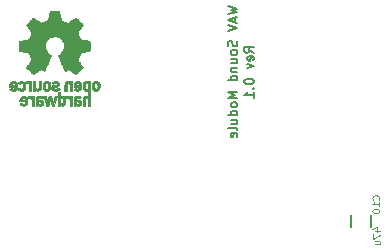
<source format=gbo>
G04 #@! TF.GenerationSoftware,KiCad,Pcbnew,no-vcs-found-44b118f~58~ubuntu16.04.1*
G04 #@! TF.CreationDate,2017-06-12T15:08:49+03:00*
G04 #@! TF.ProjectId,sd_wav_pcm5100,73645F7761765F70636D353130302E6B,rev?*
G04 #@! TF.FileFunction,Legend,Bot*
G04 #@! TF.FilePolarity,Positive*
%FSLAX46Y46*%
G04 Gerber Fmt 4.6, Leading zero omitted, Abs format (unit mm)*
G04 Created by KiCad (PCBNEW no-vcs-found-44b118f~58~ubuntu16.04.1) date Mon Jun 12 15:08:49 2017*
%MOMM*%
%LPD*%
G01*
G04 APERTURE LIST*
%ADD10C,0.100000*%
%ADD11C,0.150000*%
%ADD12C,0.010000*%
%ADD13C,0.125000*%
%ADD14C,2.000000*%
%ADD15R,1.700000X1.700000*%
%ADD16O,1.700000X1.700000*%
%ADD17R,1.250000X1.500000*%
%ADD18O,1.998980X1.998980*%
%ADD19R,1.998980X1.998980*%
%ADD20R,2.032000X2.032000*%
%ADD21O,2.032000X2.032000*%
G04 APERTURE END LIST*
D10*
D11*
X85921904Y-80532857D02*
X85540952Y-80266190D01*
X85921904Y-80075714D02*
X85121904Y-80075714D01*
X85121904Y-80380476D01*
X85160000Y-80456666D01*
X85198095Y-80494761D01*
X85274285Y-80532857D01*
X85388571Y-80532857D01*
X85464761Y-80494761D01*
X85502857Y-80456666D01*
X85540952Y-80380476D01*
X85540952Y-80075714D01*
X85883809Y-81180476D02*
X85921904Y-81104285D01*
X85921904Y-80951904D01*
X85883809Y-80875714D01*
X85807619Y-80837619D01*
X85502857Y-80837619D01*
X85426666Y-80875714D01*
X85388571Y-80951904D01*
X85388571Y-81104285D01*
X85426666Y-81180476D01*
X85502857Y-81218571D01*
X85579047Y-81218571D01*
X85655238Y-80837619D01*
X85388571Y-81485238D02*
X85921904Y-81675714D01*
X85388571Y-81866190D01*
X85121904Y-82932857D02*
X85121904Y-83009047D01*
X85160000Y-83085238D01*
X85198095Y-83123333D01*
X85274285Y-83161428D01*
X85426666Y-83199523D01*
X85617142Y-83199523D01*
X85769523Y-83161428D01*
X85845714Y-83123333D01*
X85883809Y-83085238D01*
X85921904Y-83009047D01*
X85921904Y-82932857D01*
X85883809Y-82856666D01*
X85845714Y-82818571D01*
X85769523Y-82780476D01*
X85617142Y-82742380D01*
X85426666Y-82742380D01*
X85274285Y-82780476D01*
X85198095Y-82818571D01*
X85160000Y-82856666D01*
X85121904Y-82932857D01*
X85845714Y-83542380D02*
X85883809Y-83580476D01*
X85921904Y-83542380D01*
X85883809Y-83504285D01*
X85845714Y-83542380D01*
X85921904Y-83542380D01*
X85921904Y-84342380D02*
X85921904Y-83885238D01*
X85921904Y-84113809D02*
X85121904Y-84113809D01*
X85236190Y-84037619D01*
X85312380Y-83961428D01*
X85350476Y-83885238D01*
X83731904Y-76608095D02*
X84531904Y-76798571D01*
X83960476Y-76950952D01*
X84531904Y-77103333D01*
X83731904Y-77293809D01*
X84303333Y-77560476D02*
X84303333Y-77941428D01*
X84531904Y-77484285D02*
X83731904Y-77750952D01*
X84531904Y-78017619D01*
X83731904Y-78170000D02*
X84531904Y-78436666D01*
X83731904Y-78703333D01*
X84493809Y-79541428D02*
X84531904Y-79655714D01*
X84531904Y-79846190D01*
X84493809Y-79922380D01*
X84455714Y-79960476D01*
X84379523Y-79998571D01*
X84303333Y-79998571D01*
X84227142Y-79960476D01*
X84189047Y-79922380D01*
X84150952Y-79846190D01*
X84112857Y-79693809D01*
X84074761Y-79617619D01*
X84036666Y-79579523D01*
X83960476Y-79541428D01*
X83884285Y-79541428D01*
X83808095Y-79579523D01*
X83770000Y-79617619D01*
X83731904Y-79693809D01*
X83731904Y-79884285D01*
X83770000Y-79998571D01*
X84531904Y-80455714D02*
X84493809Y-80379523D01*
X84455714Y-80341428D01*
X84379523Y-80303333D01*
X84150952Y-80303333D01*
X84074761Y-80341428D01*
X84036666Y-80379523D01*
X83998571Y-80455714D01*
X83998571Y-80570000D01*
X84036666Y-80646190D01*
X84074761Y-80684285D01*
X84150952Y-80722380D01*
X84379523Y-80722380D01*
X84455714Y-80684285D01*
X84493809Y-80646190D01*
X84531904Y-80570000D01*
X84531904Y-80455714D01*
X83998571Y-81408095D02*
X84531904Y-81408095D01*
X83998571Y-81065238D02*
X84417619Y-81065238D01*
X84493809Y-81103333D01*
X84531904Y-81179523D01*
X84531904Y-81293809D01*
X84493809Y-81370000D01*
X84455714Y-81408095D01*
X83998571Y-81789047D02*
X84531904Y-81789047D01*
X84074761Y-81789047D02*
X84036666Y-81827142D01*
X83998571Y-81903333D01*
X83998571Y-82017619D01*
X84036666Y-82093809D01*
X84112857Y-82131904D01*
X84531904Y-82131904D01*
X84531904Y-82855714D02*
X83731904Y-82855714D01*
X84493809Y-82855714D02*
X84531904Y-82779523D01*
X84531904Y-82627142D01*
X84493809Y-82550952D01*
X84455714Y-82512857D01*
X84379523Y-82474761D01*
X84150952Y-82474761D01*
X84074761Y-82512857D01*
X84036666Y-82550952D01*
X83998571Y-82627142D01*
X83998571Y-82779523D01*
X84036666Y-82855714D01*
X84531904Y-83846190D02*
X83731904Y-83846190D01*
X84303333Y-84112857D01*
X83731904Y-84379523D01*
X84531904Y-84379523D01*
X84531904Y-84874761D02*
X84493809Y-84798571D01*
X84455714Y-84760476D01*
X84379523Y-84722380D01*
X84150952Y-84722380D01*
X84074761Y-84760476D01*
X84036666Y-84798571D01*
X83998571Y-84874761D01*
X83998571Y-84989047D01*
X84036666Y-85065238D01*
X84074761Y-85103333D01*
X84150952Y-85141428D01*
X84379523Y-85141428D01*
X84455714Y-85103333D01*
X84493809Y-85065238D01*
X84531904Y-84989047D01*
X84531904Y-84874761D01*
X84531904Y-85827142D02*
X83731904Y-85827142D01*
X84493809Y-85827142D02*
X84531904Y-85750952D01*
X84531904Y-85598571D01*
X84493809Y-85522380D01*
X84455714Y-85484285D01*
X84379523Y-85446190D01*
X84150952Y-85446190D01*
X84074761Y-85484285D01*
X84036666Y-85522380D01*
X83998571Y-85598571D01*
X83998571Y-85750952D01*
X84036666Y-85827142D01*
X83998571Y-86550952D02*
X84531904Y-86550952D01*
X83998571Y-86208095D02*
X84417619Y-86208095D01*
X84493809Y-86246190D01*
X84531904Y-86322380D01*
X84531904Y-86436666D01*
X84493809Y-86512857D01*
X84455714Y-86550952D01*
X84531904Y-87046190D02*
X84493809Y-86970000D01*
X84417619Y-86931904D01*
X83731904Y-86931904D01*
X84493809Y-87655714D02*
X84531904Y-87579523D01*
X84531904Y-87427142D01*
X84493809Y-87350952D01*
X84417619Y-87312857D01*
X84112857Y-87312857D01*
X84036666Y-87350952D01*
X83998571Y-87427142D01*
X83998571Y-87579523D01*
X84036666Y-87655714D01*
X84112857Y-87693809D01*
X84189047Y-87693809D01*
X84265238Y-87312857D01*
D12*
G36*
X71596640Y-82952468D02*
X71561408Y-82969874D01*
X71517960Y-83000206D01*
X71486294Y-83033283D01*
X71464606Y-83074817D01*
X71451097Y-83130522D01*
X71443962Y-83206111D01*
X71441400Y-83307296D01*
X71441250Y-83350797D01*
X71441688Y-83446135D01*
X71443504Y-83514271D01*
X71447455Y-83561418D01*
X71454298Y-83593790D01*
X71464789Y-83617600D01*
X71475704Y-83633843D01*
X71545381Y-83702952D01*
X71627434Y-83744521D01*
X71715950Y-83757023D01*
X71805019Y-83738934D01*
X71833237Y-83726142D01*
X71900790Y-83690931D01*
X71900790Y-84242700D01*
X71851488Y-84217205D01*
X71786527Y-84197480D01*
X71706680Y-84192427D01*
X71626948Y-84201756D01*
X71566735Y-84222714D01*
X71516792Y-84262627D01*
X71474119Y-84319741D01*
X71470910Y-84325605D01*
X71457378Y-84353227D01*
X71447495Y-84381068D01*
X71440691Y-84414794D01*
X71436399Y-84460071D01*
X71434049Y-84522562D01*
X71433072Y-84607935D01*
X71432895Y-84704010D01*
X71432895Y-85010526D01*
X71616711Y-85010526D01*
X71616711Y-84445339D01*
X71668125Y-84402077D01*
X71721534Y-84367472D01*
X71772112Y-84361180D01*
X71822970Y-84377372D01*
X71850075Y-84393227D01*
X71870249Y-84415810D01*
X71884597Y-84449940D01*
X71894224Y-84500434D01*
X71900237Y-84572111D01*
X71903740Y-84669788D01*
X71904974Y-84734802D01*
X71909145Y-85002171D01*
X71996875Y-85007222D01*
X72084606Y-85012273D01*
X72084606Y-83353101D01*
X71900790Y-83353101D01*
X71896104Y-83445600D01*
X71880312Y-83509809D01*
X71850817Y-83549759D01*
X71805020Y-83569480D01*
X71758750Y-83573421D01*
X71706372Y-83568892D01*
X71671610Y-83551069D01*
X71649872Y-83527519D01*
X71632760Y-83502189D01*
X71622573Y-83473969D01*
X71618040Y-83434431D01*
X71617891Y-83375142D01*
X71619416Y-83325498D01*
X71622919Y-83250710D01*
X71628133Y-83201611D01*
X71636913Y-83170467D01*
X71651114Y-83149545D01*
X71664516Y-83137452D01*
X71720513Y-83111081D01*
X71786789Y-83106822D01*
X71824844Y-83115906D01*
X71862523Y-83148196D01*
X71887481Y-83211006D01*
X71899578Y-83303894D01*
X71900790Y-83353101D01*
X72084606Y-83353101D01*
X72084606Y-82938421D01*
X71992698Y-82938421D01*
X71937517Y-82940603D01*
X71909048Y-82948351D01*
X71900794Y-82963468D01*
X71900790Y-82963916D01*
X71896960Y-82978720D01*
X71880067Y-82977039D01*
X71846481Y-82960772D01*
X71768222Y-82935887D01*
X71680173Y-82933271D01*
X71596640Y-82952468D01*
X71596640Y-82952468D01*
G37*
X71596640Y-82952468D02*
X71561408Y-82969874D01*
X71517960Y-83000206D01*
X71486294Y-83033283D01*
X71464606Y-83074817D01*
X71451097Y-83130522D01*
X71443962Y-83206111D01*
X71441400Y-83307296D01*
X71441250Y-83350797D01*
X71441688Y-83446135D01*
X71443504Y-83514271D01*
X71447455Y-83561418D01*
X71454298Y-83593790D01*
X71464789Y-83617600D01*
X71475704Y-83633843D01*
X71545381Y-83702952D01*
X71627434Y-83744521D01*
X71715950Y-83757023D01*
X71805019Y-83738934D01*
X71833237Y-83726142D01*
X71900790Y-83690931D01*
X71900790Y-84242700D01*
X71851488Y-84217205D01*
X71786527Y-84197480D01*
X71706680Y-84192427D01*
X71626948Y-84201756D01*
X71566735Y-84222714D01*
X71516792Y-84262627D01*
X71474119Y-84319741D01*
X71470910Y-84325605D01*
X71457378Y-84353227D01*
X71447495Y-84381068D01*
X71440691Y-84414794D01*
X71436399Y-84460071D01*
X71434049Y-84522562D01*
X71433072Y-84607935D01*
X71432895Y-84704010D01*
X71432895Y-85010526D01*
X71616711Y-85010526D01*
X71616711Y-84445339D01*
X71668125Y-84402077D01*
X71721534Y-84367472D01*
X71772112Y-84361180D01*
X71822970Y-84377372D01*
X71850075Y-84393227D01*
X71870249Y-84415810D01*
X71884597Y-84449940D01*
X71894224Y-84500434D01*
X71900237Y-84572111D01*
X71903740Y-84669788D01*
X71904974Y-84734802D01*
X71909145Y-85002171D01*
X71996875Y-85007222D01*
X72084606Y-85012273D01*
X72084606Y-83353101D01*
X71900790Y-83353101D01*
X71896104Y-83445600D01*
X71880312Y-83509809D01*
X71850817Y-83549759D01*
X71805020Y-83569480D01*
X71758750Y-83573421D01*
X71706372Y-83568892D01*
X71671610Y-83551069D01*
X71649872Y-83527519D01*
X71632760Y-83502189D01*
X71622573Y-83473969D01*
X71618040Y-83434431D01*
X71617891Y-83375142D01*
X71619416Y-83325498D01*
X71622919Y-83250710D01*
X71628133Y-83201611D01*
X71636913Y-83170467D01*
X71651114Y-83149545D01*
X71664516Y-83137452D01*
X71720513Y-83111081D01*
X71786789Y-83106822D01*
X71824844Y-83115906D01*
X71862523Y-83148196D01*
X71887481Y-83211006D01*
X71899578Y-83303894D01*
X71900790Y-83353101D01*
X72084606Y-83353101D01*
X72084606Y-82938421D01*
X71992698Y-82938421D01*
X71937517Y-82940603D01*
X71909048Y-82948351D01*
X71900794Y-82963468D01*
X71900790Y-82963916D01*
X71896960Y-82978720D01*
X71880067Y-82977039D01*
X71846481Y-82960772D01*
X71768222Y-82935887D01*
X71680173Y-82933271D01*
X71596640Y-82952468D01*
G36*
X70899543Y-84198184D02*
X70820930Y-84219160D01*
X70761084Y-84257180D01*
X70718853Y-84306978D01*
X70705725Y-84328230D01*
X70696032Y-84350492D01*
X70689256Y-84378970D01*
X70684877Y-84418871D01*
X70682376Y-84475401D01*
X70681232Y-84553767D01*
X70680928Y-84659176D01*
X70680922Y-84687142D01*
X70680922Y-85010526D01*
X70761132Y-85010526D01*
X70812294Y-85006943D01*
X70850123Y-84997866D01*
X70859601Y-84992268D01*
X70885512Y-84982606D01*
X70911976Y-84992268D01*
X70955548Y-85004330D01*
X71018840Y-85009185D01*
X71088990Y-85007078D01*
X71153140Y-84998256D01*
X71190593Y-84986937D01*
X71263067Y-84940412D01*
X71308360Y-84875846D01*
X71328722Y-84790000D01*
X71328912Y-84787796D01*
X71327125Y-84749713D01*
X71165527Y-84749713D01*
X71151399Y-84793030D01*
X71128388Y-84817408D01*
X71082196Y-84835845D01*
X71021225Y-84843205D01*
X70959051Y-84839583D01*
X70909249Y-84825074D01*
X70895297Y-84815765D01*
X70870915Y-84772753D01*
X70864737Y-84723857D01*
X70864737Y-84659605D01*
X70957182Y-84659605D01*
X71045005Y-84666366D01*
X71111582Y-84685520D01*
X71152998Y-84715376D01*
X71165527Y-84749713D01*
X71327125Y-84749713D01*
X71324510Y-84694004D01*
X71293576Y-84619847D01*
X71235419Y-84563767D01*
X71227380Y-84558665D01*
X71192837Y-84542055D01*
X71150082Y-84531996D01*
X71090314Y-84527107D01*
X71019310Y-84525983D01*
X70864737Y-84525921D01*
X70864737Y-84461125D01*
X70871294Y-84410850D01*
X70888025Y-84377169D01*
X70889984Y-84375376D01*
X70927217Y-84360642D01*
X70983420Y-84354931D01*
X71045533Y-84357737D01*
X71100490Y-84368556D01*
X71133101Y-84384782D01*
X71150772Y-84397780D01*
X71169431Y-84400262D01*
X71195181Y-84389613D01*
X71234127Y-84363218D01*
X71292370Y-84318465D01*
X71297716Y-84314273D01*
X71294977Y-84298760D01*
X71272124Y-84272960D01*
X71237391Y-84244289D01*
X71199010Y-84220166D01*
X71186952Y-84214470D01*
X71142966Y-84203103D01*
X71078513Y-84194995D01*
X71006503Y-84191743D01*
X71003136Y-84191736D01*
X70899543Y-84198184D01*
X70899543Y-84198184D01*
G37*
X70899543Y-84198184D02*
X70820930Y-84219160D01*
X70761084Y-84257180D01*
X70718853Y-84306978D01*
X70705725Y-84328230D01*
X70696032Y-84350492D01*
X70689256Y-84378970D01*
X70684877Y-84418871D01*
X70682376Y-84475401D01*
X70681232Y-84553767D01*
X70680928Y-84659176D01*
X70680922Y-84687142D01*
X70680922Y-85010526D01*
X70761132Y-85010526D01*
X70812294Y-85006943D01*
X70850123Y-84997866D01*
X70859601Y-84992268D01*
X70885512Y-84982606D01*
X70911976Y-84992268D01*
X70955548Y-85004330D01*
X71018840Y-85009185D01*
X71088990Y-85007078D01*
X71153140Y-84998256D01*
X71190593Y-84986937D01*
X71263067Y-84940412D01*
X71308360Y-84875846D01*
X71328722Y-84790000D01*
X71328912Y-84787796D01*
X71327125Y-84749713D01*
X71165527Y-84749713D01*
X71151399Y-84793030D01*
X71128388Y-84817408D01*
X71082196Y-84835845D01*
X71021225Y-84843205D01*
X70959051Y-84839583D01*
X70909249Y-84825074D01*
X70895297Y-84815765D01*
X70870915Y-84772753D01*
X70864737Y-84723857D01*
X70864737Y-84659605D01*
X70957182Y-84659605D01*
X71045005Y-84666366D01*
X71111582Y-84685520D01*
X71152998Y-84715376D01*
X71165527Y-84749713D01*
X71327125Y-84749713D01*
X71324510Y-84694004D01*
X71293576Y-84619847D01*
X71235419Y-84563767D01*
X71227380Y-84558665D01*
X71192837Y-84542055D01*
X71150082Y-84531996D01*
X71090314Y-84527107D01*
X71019310Y-84525983D01*
X70864737Y-84525921D01*
X70864737Y-84461125D01*
X70871294Y-84410850D01*
X70888025Y-84377169D01*
X70889984Y-84375376D01*
X70927217Y-84360642D01*
X70983420Y-84354931D01*
X71045533Y-84357737D01*
X71100490Y-84368556D01*
X71133101Y-84384782D01*
X71150772Y-84397780D01*
X71169431Y-84400262D01*
X71195181Y-84389613D01*
X71234127Y-84363218D01*
X71292370Y-84318465D01*
X71297716Y-84314273D01*
X71294977Y-84298760D01*
X71272124Y-84272960D01*
X71237391Y-84244289D01*
X71199010Y-84220166D01*
X71186952Y-84214470D01*
X71142966Y-84203103D01*
X71078513Y-84194995D01*
X71006503Y-84191743D01*
X71003136Y-84191736D01*
X70899543Y-84198184D01*
G36*
X70380119Y-84193486D02*
X70355112Y-84200982D01*
X70347050Y-84217451D01*
X70346711Y-84224886D01*
X70345264Y-84245594D01*
X70335302Y-84248845D01*
X70308388Y-84234648D01*
X70292402Y-84224948D01*
X70241967Y-84204175D01*
X70181728Y-84193904D01*
X70118566Y-84193114D01*
X70059363Y-84200786D01*
X70010998Y-84215898D01*
X69980354Y-84237432D01*
X69974311Y-84264366D01*
X69977361Y-84271660D01*
X69999594Y-84301937D01*
X70034070Y-84339175D01*
X70040306Y-84345195D01*
X70073167Y-84372875D01*
X70101520Y-84381818D01*
X70141173Y-84375576D01*
X70157058Y-84371429D01*
X70206491Y-84361467D01*
X70241248Y-84365947D01*
X70270600Y-84381746D01*
X70297487Y-84402949D01*
X70317290Y-84429614D01*
X70331052Y-84466827D01*
X70339816Y-84519673D01*
X70344626Y-84593237D01*
X70346526Y-84692605D01*
X70346711Y-84752601D01*
X70346711Y-85010526D01*
X70513816Y-85010526D01*
X70513816Y-84191710D01*
X70430264Y-84191710D01*
X70380119Y-84193486D01*
X70380119Y-84193486D01*
G37*
X70380119Y-84193486D02*
X70355112Y-84200982D01*
X70347050Y-84217451D01*
X70346711Y-84224886D01*
X70345264Y-84245594D01*
X70335302Y-84248845D01*
X70308388Y-84234648D01*
X70292402Y-84224948D01*
X70241967Y-84204175D01*
X70181728Y-84193904D01*
X70118566Y-84193114D01*
X70059363Y-84200786D01*
X70010998Y-84215898D01*
X69980354Y-84237432D01*
X69974311Y-84264366D01*
X69977361Y-84271660D01*
X69999594Y-84301937D01*
X70034070Y-84339175D01*
X70040306Y-84345195D01*
X70073167Y-84372875D01*
X70101520Y-84381818D01*
X70141173Y-84375576D01*
X70157058Y-84371429D01*
X70206491Y-84361467D01*
X70241248Y-84365947D01*
X70270600Y-84381746D01*
X70297487Y-84402949D01*
X70317290Y-84429614D01*
X70331052Y-84466827D01*
X70339816Y-84519673D01*
X70344626Y-84593237D01*
X70346526Y-84692605D01*
X70346711Y-84752601D01*
X70346711Y-85010526D01*
X70513816Y-85010526D01*
X70513816Y-84191710D01*
X70430264Y-84191710D01*
X70380119Y-84193486D01*
G36*
X69327369Y-85010526D02*
X69419277Y-85010526D01*
X69472623Y-85008962D01*
X69500407Y-85002485D01*
X69510410Y-84988418D01*
X69511185Y-84978906D01*
X69512872Y-84959832D01*
X69523510Y-84956174D01*
X69551465Y-84967932D01*
X69573205Y-84978906D01*
X69656668Y-85004911D01*
X69747396Y-85006416D01*
X69821158Y-84987021D01*
X69889846Y-84940165D01*
X69942206Y-84871004D01*
X69970878Y-84789427D01*
X69971608Y-84784866D01*
X69975868Y-84735101D01*
X69977986Y-84663659D01*
X69977816Y-84609626D01*
X69795280Y-84609626D01*
X69791051Y-84681441D01*
X69781432Y-84740634D01*
X69768410Y-84774060D01*
X69719144Y-84819740D01*
X69660650Y-84836115D01*
X69600329Y-84822873D01*
X69548783Y-84783373D01*
X69529262Y-84756807D01*
X69517848Y-84725106D01*
X69512502Y-84678832D01*
X69511185Y-84609328D01*
X69513542Y-84540499D01*
X69519767Y-84480026D01*
X69528592Y-84439556D01*
X69530063Y-84435929D01*
X69565653Y-84392802D01*
X69617600Y-84369124D01*
X69675722Y-84365301D01*
X69729840Y-84381738D01*
X69769774Y-84418840D01*
X69773917Y-84426222D01*
X69786884Y-84471239D01*
X69793948Y-84535967D01*
X69795280Y-84609626D01*
X69977816Y-84609626D01*
X69977729Y-84582230D01*
X69976528Y-84538405D01*
X69968355Y-84429988D01*
X69951370Y-84348588D01*
X69923113Y-84288412D01*
X69881128Y-84243666D01*
X69840368Y-84217400D01*
X69783419Y-84198935D01*
X69712589Y-84192602D01*
X69640059Y-84197760D01*
X69578014Y-84213769D01*
X69545232Y-84232920D01*
X69511185Y-84263732D01*
X69511185Y-83874210D01*
X69327369Y-83874210D01*
X69327369Y-85010526D01*
X69327369Y-85010526D01*
G37*
X69327369Y-85010526D02*
X69419277Y-85010526D01*
X69472623Y-85008962D01*
X69500407Y-85002485D01*
X69510410Y-84988418D01*
X69511185Y-84978906D01*
X69512872Y-84959832D01*
X69523510Y-84956174D01*
X69551465Y-84967932D01*
X69573205Y-84978906D01*
X69656668Y-85004911D01*
X69747396Y-85006416D01*
X69821158Y-84987021D01*
X69889846Y-84940165D01*
X69942206Y-84871004D01*
X69970878Y-84789427D01*
X69971608Y-84784866D01*
X69975868Y-84735101D01*
X69977986Y-84663659D01*
X69977816Y-84609626D01*
X69795280Y-84609626D01*
X69791051Y-84681441D01*
X69781432Y-84740634D01*
X69768410Y-84774060D01*
X69719144Y-84819740D01*
X69660650Y-84836115D01*
X69600329Y-84822873D01*
X69548783Y-84783373D01*
X69529262Y-84756807D01*
X69517848Y-84725106D01*
X69512502Y-84678832D01*
X69511185Y-84609328D01*
X69513542Y-84540499D01*
X69519767Y-84480026D01*
X69528592Y-84439556D01*
X69530063Y-84435929D01*
X69565653Y-84392802D01*
X69617600Y-84369124D01*
X69675722Y-84365301D01*
X69729840Y-84381738D01*
X69769774Y-84418840D01*
X69773917Y-84426222D01*
X69786884Y-84471239D01*
X69793948Y-84535967D01*
X69795280Y-84609626D01*
X69977816Y-84609626D01*
X69977729Y-84582230D01*
X69976528Y-84538405D01*
X69968355Y-84429988D01*
X69951370Y-84348588D01*
X69923113Y-84288412D01*
X69881128Y-84243666D01*
X69840368Y-84217400D01*
X69783419Y-84198935D01*
X69712589Y-84192602D01*
X69640059Y-84197760D01*
X69578014Y-84213769D01*
X69545232Y-84232920D01*
X69511185Y-84263732D01*
X69511185Y-83874210D01*
X69327369Y-83874210D01*
X69327369Y-85010526D01*
G36*
X68685870Y-84195104D02*
X68619780Y-84200066D01*
X68533374Y-84459079D01*
X68446969Y-84718092D01*
X68419876Y-84626184D01*
X68403572Y-84569384D01*
X68382125Y-84492625D01*
X68358965Y-84408251D01*
X68346720Y-84362993D01*
X68300656Y-84191710D01*
X68110613Y-84191710D01*
X68167418Y-84371349D01*
X68195393Y-84459704D01*
X68229187Y-84566281D01*
X68264480Y-84677454D01*
X68295987Y-84776579D01*
X68367750Y-85002171D01*
X68522714Y-85012253D01*
X68564730Y-84873528D01*
X68590641Y-84787351D01*
X68618917Y-84692347D01*
X68643631Y-84608441D01*
X68644606Y-84605102D01*
X68663065Y-84548248D01*
X68679351Y-84509456D01*
X68690758Y-84494787D01*
X68693102Y-84496483D01*
X68701329Y-84519225D01*
X68716962Y-84567940D01*
X68738096Y-84636502D01*
X68762830Y-84718785D01*
X68776213Y-84764046D01*
X68848689Y-85010526D01*
X69002505Y-85010526D01*
X69125469Y-84622006D01*
X69160012Y-84513022D01*
X69191479Y-84414048D01*
X69218384Y-84329736D01*
X69239241Y-84264734D01*
X69252562Y-84223692D01*
X69256612Y-84211701D01*
X69253406Y-84199423D01*
X69228235Y-84194046D01*
X69175854Y-84194584D01*
X69167655Y-84194990D01*
X69070518Y-84200066D01*
X69006900Y-84434013D01*
X68983516Y-84519333D01*
X68962619Y-84594335D01*
X68946049Y-84652507D01*
X68935646Y-84687337D01*
X68933724Y-84693016D01*
X68925759Y-84686486D01*
X68909696Y-84652654D01*
X68887379Y-84596127D01*
X68860655Y-84521510D01*
X68838063Y-84454107D01*
X68751959Y-84190143D01*
X68685870Y-84195104D01*
X68685870Y-84195104D01*
G37*
X68685870Y-84195104D02*
X68619780Y-84200066D01*
X68533374Y-84459079D01*
X68446969Y-84718092D01*
X68419876Y-84626184D01*
X68403572Y-84569384D01*
X68382125Y-84492625D01*
X68358965Y-84408251D01*
X68346720Y-84362993D01*
X68300656Y-84191710D01*
X68110613Y-84191710D01*
X68167418Y-84371349D01*
X68195393Y-84459704D01*
X68229187Y-84566281D01*
X68264480Y-84677454D01*
X68295987Y-84776579D01*
X68367750Y-85002171D01*
X68522714Y-85012253D01*
X68564730Y-84873528D01*
X68590641Y-84787351D01*
X68618917Y-84692347D01*
X68643631Y-84608441D01*
X68644606Y-84605102D01*
X68663065Y-84548248D01*
X68679351Y-84509456D01*
X68690758Y-84494787D01*
X68693102Y-84496483D01*
X68701329Y-84519225D01*
X68716962Y-84567940D01*
X68738096Y-84636502D01*
X68762830Y-84718785D01*
X68776213Y-84764046D01*
X68848689Y-85010526D01*
X69002505Y-85010526D01*
X69125469Y-84622006D01*
X69160012Y-84513022D01*
X69191479Y-84414048D01*
X69218384Y-84329736D01*
X69239241Y-84264734D01*
X69252562Y-84223692D01*
X69256612Y-84211701D01*
X69253406Y-84199423D01*
X69228235Y-84194046D01*
X69175854Y-84194584D01*
X69167655Y-84194990D01*
X69070518Y-84200066D01*
X69006900Y-84434013D01*
X68983516Y-84519333D01*
X68962619Y-84594335D01*
X68946049Y-84652507D01*
X68935646Y-84687337D01*
X68933724Y-84693016D01*
X68925759Y-84686486D01*
X68909696Y-84652654D01*
X68887379Y-84596127D01*
X68860655Y-84521510D01*
X68838063Y-84454107D01*
X68751959Y-84190143D01*
X68685870Y-84195104D01*
G36*
X67680008Y-84196673D02*
X67609573Y-84213780D01*
X67589213Y-84222844D01*
X67549747Y-84246583D01*
X67519459Y-84273321D01*
X67497048Y-84307699D01*
X67481214Y-84354360D01*
X67470657Y-84417946D01*
X67464076Y-84503099D01*
X67460172Y-84614462D01*
X67458690Y-84688849D01*
X67453235Y-85010526D01*
X67546420Y-85010526D01*
X67602953Y-85008156D01*
X67632078Y-85000055D01*
X67639606Y-84986451D01*
X67643580Y-84971741D01*
X67661348Y-84974554D01*
X67685560Y-84986348D01*
X67746172Y-85004427D01*
X67824071Y-85009299D01*
X67906005Y-85001330D01*
X67978719Y-84980889D01*
X67985241Y-84978051D01*
X68051698Y-84931365D01*
X68095509Y-84866464D01*
X68115668Y-84790600D01*
X68114128Y-84763344D01*
X67949655Y-84763344D01*
X67935163Y-84800024D01*
X67892195Y-84826309D01*
X67822871Y-84840417D01*
X67785823Y-84842290D01*
X67724081Y-84837494D01*
X67683040Y-84818858D01*
X67673027Y-84810000D01*
X67645900Y-84761806D01*
X67639606Y-84718092D01*
X67639606Y-84659605D01*
X67721070Y-84659605D01*
X67815766Y-84664432D01*
X67882187Y-84679613D01*
X67924154Y-84706200D01*
X67933551Y-84718052D01*
X67949655Y-84763344D01*
X68114128Y-84763344D01*
X68111171Y-84711026D01*
X68081015Y-84634995D01*
X68039869Y-84583612D01*
X68014948Y-84561397D01*
X67990552Y-84546798D01*
X67958809Y-84537897D01*
X67911848Y-84532775D01*
X67841796Y-84529515D01*
X67814010Y-84528577D01*
X67639606Y-84522879D01*
X67639862Y-84470091D01*
X67646616Y-84414603D01*
X67671036Y-84381052D01*
X67720370Y-84359618D01*
X67721694Y-84359236D01*
X67791640Y-84350808D01*
X67860086Y-84361816D01*
X67910953Y-84388585D01*
X67931363Y-84401803D01*
X67953346Y-84399974D01*
X67987174Y-84380824D01*
X68007039Y-84367308D01*
X68045894Y-84338432D01*
X68069962Y-84316786D01*
X68073824Y-84310589D01*
X68057921Y-84278519D01*
X68010935Y-84240219D01*
X67990527Y-84227297D01*
X67931857Y-84205041D01*
X67852788Y-84192432D01*
X67764959Y-84189600D01*
X67680008Y-84196673D01*
X67680008Y-84196673D01*
G37*
X67680008Y-84196673D02*
X67609573Y-84213780D01*
X67589213Y-84222844D01*
X67549747Y-84246583D01*
X67519459Y-84273321D01*
X67497048Y-84307699D01*
X67481214Y-84354360D01*
X67470657Y-84417946D01*
X67464076Y-84503099D01*
X67460172Y-84614462D01*
X67458690Y-84688849D01*
X67453235Y-85010526D01*
X67546420Y-85010526D01*
X67602953Y-85008156D01*
X67632078Y-85000055D01*
X67639606Y-84986451D01*
X67643580Y-84971741D01*
X67661348Y-84974554D01*
X67685560Y-84986348D01*
X67746172Y-85004427D01*
X67824071Y-85009299D01*
X67906005Y-85001330D01*
X67978719Y-84980889D01*
X67985241Y-84978051D01*
X68051698Y-84931365D01*
X68095509Y-84866464D01*
X68115668Y-84790600D01*
X68114128Y-84763344D01*
X67949655Y-84763344D01*
X67935163Y-84800024D01*
X67892195Y-84826309D01*
X67822871Y-84840417D01*
X67785823Y-84842290D01*
X67724081Y-84837494D01*
X67683040Y-84818858D01*
X67673027Y-84810000D01*
X67645900Y-84761806D01*
X67639606Y-84718092D01*
X67639606Y-84659605D01*
X67721070Y-84659605D01*
X67815766Y-84664432D01*
X67882187Y-84679613D01*
X67924154Y-84706200D01*
X67933551Y-84718052D01*
X67949655Y-84763344D01*
X68114128Y-84763344D01*
X68111171Y-84711026D01*
X68081015Y-84634995D01*
X68039869Y-84583612D01*
X68014948Y-84561397D01*
X67990552Y-84546798D01*
X67958809Y-84537897D01*
X67911848Y-84532775D01*
X67841796Y-84529515D01*
X67814010Y-84528577D01*
X67639606Y-84522879D01*
X67639862Y-84470091D01*
X67646616Y-84414603D01*
X67671036Y-84381052D01*
X67720370Y-84359618D01*
X67721694Y-84359236D01*
X67791640Y-84350808D01*
X67860086Y-84361816D01*
X67910953Y-84388585D01*
X67931363Y-84401803D01*
X67953346Y-84399974D01*
X67987174Y-84380824D01*
X68007039Y-84367308D01*
X68045894Y-84338432D01*
X68069962Y-84316786D01*
X68073824Y-84310589D01*
X68057921Y-84278519D01*
X68010935Y-84240219D01*
X67990527Y-84227297D01*
X67931857Y-84205041D01*
X67852788Y-84192432D01*
X67764959Y-84189600D01*
X67680008Y-84196673D01*
G36*
X66886833Y-84191447D02*
X66822592Y-84204112D01*
X66786020Y-84222864D01*
X66747547Y-84254017D01*
X66802283Y-84323127D01*
X66836031Y-84364979D01*
X66858947Y-84385398D01*
X66881721Y-84388517D01*
X66915044Y-84378472D01*
X66930686Y-84372789D01*
X66994458Y-84364404D01*
X67052860Y-84382378D01*
X67095736Y-84422982D01*
X67102701Y-84435929D01*
X67110287Y-84470224D01*
X67116141Y-84533427D01*
X67119989Y-84621060D01*
X67121557Y-84728640D01*
X67121579Y-84743944D01*
X67121579Y-85010526D01*
X67305395Y-85010526D01*
X67305395Y-84191710D01*
X67213487Y-84191710D01*
X67160493Y-84193094D01*
X67132885Y-84199252D01*
X67122676Y-84213194D01*
X67121579Y-84226344D01*
X67121579Y-84260978D01*
X67077550Y-84226344D01*
X67027063Y-84202716D01*
X66959240Y-84191033D01*
X66886833Y-84191447D01*
X66886833Y-84191447D01*
G37*
X66886833Y-84191447D02*
X66822592Y-84204112D01*
X66786020Y-84222864D01*
X66747547Y-84254017D01*
X66802283Y-84323127D01*
X66836031Y-84364979D01*
X66858947Y-84385398D01*
X66881721Y-84388517D01*
X66915044Y-84378472D01*
X66930686Y-84372789D01*
X66994458Y-84364404D01*
X67052860Y-84382378D01*
X67095736Y-84422982D01*
X67102701Y-84435929D01*
X67110287Y-84470224D01*
X67116141Y-84533427D01*
X67119989Y-84621060D01*
X67121557Y-84728640D01*
X67121579Y-84743944D01*
X67121579Y-85010526D01*
X67305395Y-85010526D01*
X67305395Y-84191710D01*
X67213487Y-84191710D01*
X67160493Y-84193094D01*
X67132885Y-84199252D01*
X67122676Y-84213194D01*
X67121579Y-84226344D01*
X67121579Y-84260978D01*
X67077550Y-84226344D01*
X67027063Y-84202716D01*
X66959240Y-84191033D01*
X66886833Y-84191447D01*
G36*
X66358807Y-84196078D02*
X66278932Y-84216845D01*
X66212038Y-84259705D01*
X66179649Y-84291723D01*
X66126555Y-84367413D01*
X66096127Y-84455216D01*
X66085673Y-84563150D01*
X66085620Y-84571875D01*
X66085527Y-84659605D01*
X66590466Y-84659605D01*
X66579702Y-84705559D01*
X66560268Y-84747178D01*
X66526255Y-84790544D01*
X66519140Y-84797467D01*
X66457997Y-84834935D01*
X66388271Y-84841289D01*
X66308013Y-84816638D01*
X66294408Y-84810000D01*
X66252681Y-84789819D01*
X66224732Y-84778321D01*
X66219855Y-84777258D01*
X66202832Y-84787583D01*
X66170367Y-84812845D01*
X66153886Y-84826650D01*
X66119736Y-84858361D01*
X66108522Y-84879299D01*
X66116305Y-84898560D01*
X66120465Y-84903827D01*
X66148643Y-84926878D01*
X66195138Y-84954892D01*
X66227566Y-84971246D01*
X66319615Y-85000059D01*
X66421524Y-85009395D01*
X66518037Y-84998332D01*
X66545066Y-84990412D01*
X66628724Y-84945581D01*
X66690734Y-84876598D01*
X66731455Y-84782794D01*
X66751245Y-84663498D01*
X66753418Y-84601118D01*
X66747074Y-84510298D01*
X66586843Y-84510298D01*
X66571345Y-84517012D01*
X66529688Y-84522280D01*
X66469124Y-84525389D01*
X66428093Y-84525921D01*
X66354289Y-84525408D01*
X66307707Y-84523006D01*
X66282152Y-84517422D01*
X66271431Y-84507361D01*
X66269343Y-84492763D01*
X66283669Y-84447796D01*
X66319738Y-84403353D01*
X66367185Y-84369242D01*
X66414651Y-84355288D01*
X66479121Y-84367666D01*
X66534930Y-84403452D01*
X66573626Y-84455033D01*
X66586843Y-84510298D01*
X66747074Y-84510298D01*
X66744179Y-84468866D01*
X66715664Y-84363498D01*
X66667271Y-84284178D01*
X66598396Y-84230071D01*
X66508435Y-84200343D01*
X66459700Y-84194618D01*
X66358807Y-84196078D01*
X66358807Y-84196078D01*
G37*
X66358807Y-84196078D02*
X66278932Y-84216845D01*
X66212038Y-84259705D01*
X66179649Y-84291723D01*
X66126555Y-84367413D01*
X66096127Y-84455216D01*
X66085673Y-84563150D01*
X66085620Y-84571875D01*
X66085527Y-84659605D01*
X66590466Y-84659605D01*
X66579702Y-84705559D01*
X66560268Y-84747178D01*
X66526255Y-84790544D01*
X66519140Y-84797467D01*
X66457997Y-84834935D01*
X66388271Y-84841289D01*
X66308013Y-84816638D01*
X66294408Y-84810000D01*
X66252681Y-84789819D01*
X66224732Y-84778321D01*
X66219855Y-84777258D01*
X66202832Y-84787583D01*
X66170367Y-84812845D01*
X66153886Y-84826650D01*
X66119736Y-84858361D01*
X66108522Y-84879299D01*
X66116305Y-84898560D01*
X66120465Y-84903827D01*
X66148643Y-84926878D01*
X66195138Y-84954892D01*
X66227566Y-84971246D01*
X66319615Y-85000059D01*
X66421524Y-85009395D01*
X66518037Y-84998332D01*
X66545066Y-84990412D01*
X66628724Y-84945581D01*
X66690734Y-84876598D01*
X66731455Y-84782794D01*
X66751245Y-84663498D01*
X66753418Y-84601118D01*
X66747074Y-84510298D01*
X66586843Y-84510298D01*
X66571345Y-84517012D01*
X66529688Y-84522280D01*
X66469124Y-84525389D01*
X66428093Y-84525921D01*
X66354289Y-84525408D01*
X66307707Y-84523006D01*
X66282152Y-84517422D01*
X66271431Y-84507361D01*
X66269343Y-84492763D01*
X66283669Y-84447796D01*
X66319738Y-84403353D01*
X66367185Y-84369242D01*
X66414651Y-84355288D01*
X66479121Y-84367666D01*
X66534930Y-84403452D01*
X66573626Y-84455033D01*
X66586843Y-84510298D01*
X66747074Y-84510298D01*
X66744179Y-84468866D01*
X66715664Y-84363498D01*
X66667271Y-84284178D01*
X66598396Y-84230071D01*
X66508435Y-84200343D01*
X66459700Y-84194618D01*
X66358807Y-84196078D01*
G36*
X72433216Y-82947104D02*
X72345795Y-82985754D01*
X72279430Y-83050290D01*
X72234024Y-83140812D01*
X72209482Y-83257418D01*
X72207723Y-83275624D01*
X72206344Y-83403984D01*
X72224216Y-83516496D01*
X72260250Y-83607688D01*
X72279545Y-83637022D01*
X72346755Y-83699106D01*
X72432350Y-83739316D01*
X72528110Y-83756003D01*
X72625813Y-83747517D01*
X72700083Y-83721380D01*
X72763953Y-83677335D01*
X72816154Y-83619587D01*
X72817057Y-83618236D01*
X72838256Y-83582593D01*
X72852033Y-83546752D01*
X72860376Y-83501519D01*
X72865273Y-83437701D01*
X72867431Y-83385368D01*
X72868329Y-83337910D01*
X72701257Y-83337910D01*
X72699624Y-83385154D01*
X72693696Y-83448046D01*
X72683239Y-83488407D01*
X72664381Y-83517122D01*
X72646719Y-83533896D01*
X72584106Y-83569016D01*
X72518592Y-83573710D01*
X72457579Y-83548440D01*
X72427072Y-83520124D01*
X72405089Y-83491589D01*
X72392231Y-83464284D01*
X72386588Y-83428750D01*
X72386249Y-83375524D01*
X72387988Y-83326506D01*
X72391729Y-83256482D01*
X72397659Y-83211064D01*
X72408347Y-83181440D01*
X72426361Y-83158797D01*
X72440637Y-83145855D01*
X72500349Y-83111860D01*
X72564766Y-83110165D01*
X72618781Y-83130301D01*
X72664860Y-83172352D01*
X72692311Y-83241428D01*
X72701257Y-83337910D01*
X72868329Y-83337910D01*
X72869401Y-83281299D01*
X72866036Y-83203468D01*
X72855955Y-83144930D01*
X72837774Y-83098737D01*
X72810110Y-83057942D01*
X72799854Y-83045828D01*
X72735722Y-82985474D01*
X72666934Y-82950220D01*
X72582811Y-82935450D01*
X72541791Y-82934243D01*
X72433216Y-82947104D01*
X72433216Y-82947104D01*
G37*
X72433216Y-82947104D02*
X72345795Y-82985754D01*
X72279430Y-83050290D01*
X72234024Y-83140812D01*
X72209482Y-83257418D01*
X72207723Y-83275624D01*
X72206344Y-83403984D01*
X72224216Y-83516496D01*
X72260250Y-83607688D01*
X72279545Y-83637022D01*
X72346755Y-83699106D01*
X72432350Y-83739316D01*
X72528110Y-83756003D01*
X72625813Y-83747517D01*
X72700083Y-83721380D01*
X72763953Y-83677335D01*
X72816154Y-83619587D01*
X72817057Y-83618236D01*
X72838256Y-83582593D01*
X72852033Y-83546752D01*
X72860376Y-83501519D01*
X72865273Y-83437701D01*
X72867431Y-83385368D01*
X72868329Y-83337910D01*
X72701257Y-83337910D01*
X72699624Y-83385154D01*
X72693696Y-83448046D01*
X72683239Y-83488407D01*
X72664381Y-83517122D01*
X72646719Y-83533896D01*
X72584106Y-83569016D01*
X72518592Y-83573710D01*
X72457579Y-83548440D01*
X72427072Y-83520124D01*
X72405089Y-83491589D01*
X72392231Y-83464284D01*
X72386588Y-83428750D01*
X72386249Y-83375524D01*
X72387988Y-83326506D01*
X72391729Y-83256482D01*
X72397659Y-83211064D01*
X72408347Y-83181440D01*
X72426361Y-83158797D01*
X72440637Y-83145855D01*
X72500349Y-83111860D01*
X72564766Y-83110165D01*
X72618781Y-83130301D01*
X72664860Y-83172352D01*
X72692311Y-83241428D01*
X72701257Y-83337910D01*
X72868329Y-83337910D01*
X72869401Y-83281299D01*
X72866036Y-83203468D01*
X72855955Y-83144930D01*
X72837774Y-83098737D01*
X72810110Y-83057942D01*
X72799854Y-83045828D01*
X72735722Y-82985474D01*
X72666934Y-82950220D01*
X72582811Y-82935450D01*
X72541791Y-82934243D01*
X72433216Y-82947104D01*
G36*
X70862982Y-82957027D02*
X70846330Y-82964866D01*
X70788695Y-83007086D01*
X70734195Y-83068700D01*
X70693501Y-83136543D01*
X70681926Y-83167734D01*
X70671366Y-83223449D01*
X70665069Y-83290781D01*
X70664304Y-83318585D01*
X70664211Y-83406316D01*
X71169150Y-83406316D01*
X71158387Y-83452270D01*
X71131967Y-83506620D01*
X71085778Y-83553591D01*
X71030828Y-83583848D01*
X70995811Y-83590131D01*
X70948323Y-83582506D01*
X70891665Y-83563383D01*
X70872418Y-83554584D01*
X70801241Y-83519036D01*
X70740498Y-83565367D01*
X70705448Y-83596703D01*
X70686798Y-83622567D01*
X70685853Y-83630158D01*
X70702515Y-83648556D01*
X70739030Y-83676515D01*
X70772172Y-83698327D01*
X70861607Y-83737537D01*
X70961871Y-83755285D01*
X71061246Y-83750670D01*
X71140461Y-83726551D01*
X71222120Y-83674884D01*
X71280151Y-83606856D01*
X71316454Y-83518843D01*
X71332928Y-83407216D01*
X71334389Y-83356138D01*
X71328543Y-83239091D01*
X71327825Y-83235686D01*
X71160511Y-83235686D01*
X71155903Y-83246662D01*
X71136964Y-83252715D01*
X71097902Y-83255310D01*
X71032923Y-83255910D01*
X71007903Y-83255921D01*
X70931779Y-83255014D01*
X70883504Y-83251720D01*
X70857540Y-83245181D01*
X70848352Y-83234537D01*
X70848027Y-83231119D01*
X70858513Y-83203956D01*
X70884758Y-83165903D01*
X70896041Y-83152579D01*
X70937928Y-83114896D01*
X70981591Y-83100080D01*
X71005115Y-83098842D01*
X71068757Y-83114329D01*
X71122127Y-83155930D01*
X71155981Y-83216353D01*
X71156581Y-83218322D01*
X71160511Y-83235686D01*
X71327825Y-83235686D01*
X71309101Y-83146928D01*
X71274078Y-83073190D01*
X71231244Y-83020848D01*
X71152052Y-82964092D01*
X71058960Y-82933762D01*
X70959945Y-82931021D01*
X70862982Y-82957027D01*
X70862982Y-82957027D01*
G37*
X70862982Y-82957027D02*
X70846330Y-82964866D01*
X70788695Y-83007086D01*
X70734195Y-83068700D01*
X70693501Y-83136543D01*
X70681926Y-83167734D01*
X70671366Y-83223449D01*
X70665069Y-83290781D01*
X70664304Y-83318585D01*
X70664211Y-83406316D01*
X71169150Y-83406316D01*
X71158387Y-83452270D01*
X71131967Y-83506620D01*
X71085778Y-83553591D01*
X71030828Y-83583848D01*
X70995811Y-83590131D01*
X70948323Y-83582506D01*
X70891665Y-83563383D01*
X70872418Y-83554584D01*
X70801241Y-83519036D01*
X70740498Y-83565367D01*
X70705448Y-83596703D01*
X70686798Y-83622567D01*
X70685853Y-83630158D01*
X70702515Y-83648556D01*
X70739030Y-83676515D01*
X70772172Y-83698327D01*
X70861607Y-83737537D01*
X70961871Y-83755285D01*
X71061246Y-83750670D01*
X71140461Y-83726551D01*
X71222120Y-83674884D01*
X71280151Y-83606856D01*
X71316454Y-83518843D01*
X71332928Y-83407216D01*
X71334389Y-83356138D01*
X71328543Y-83239091D01*
X71327825Y-83235686D01*
X71160511Y-83235686D01*
X71155903Y-83246662D01*
X71136964Y-83252715D01*
X71097902Y-83255310D01*
X71032923Y-83255910D01*
X71007903Y-83255921D01*
X70931779Y-83255014D01*
X70883504Y-83251720D01*
X70857540Y-83245181D01*
X70848352Y-83234537D01*
X70848027Y-83231119D01*
X70858513Y-83203956D01*
X70884758Y-83165903D01*
X70896041Y-83152579D01*
X70937928Y-83114896D01*
X70981591Y-83100080D01*
X71005115Y-83098842D01*
X71068757Y-83114329D01*
X71122127Y-83155930D01*
X71155981Y-83216353D01*
X71156581Y-83218322D01*
X71160511Y-83235686D01*
X71327825Y-83235686D01*
X71309101Y-83146928D01*
X71274078Y-83073190D01*
X71231244Y-83020848D01*
X71152052Y-82964092D01*
X71058960Y-82933762D01*
X70959945Y-82931021D01*
X70862982Y-82957027D01*
G36*
X69041372Y-82935547D02*
X68978092Y-82947548D01*
X68912443Y-82972648D01*
X68905428Y-82975848D01*
X68855644Y-83002026D01*
X68821166Y-83026353D01*
X68810022Y-83041937D01*
X68820634Y-83067353D01*
X68846412Y-83104853D01*
X68857854Y-83118852D01*
X68905008Y-83173954D01*
X68965799Y-83138086D01*
X69023653Y-83114192D01*
X69090500Y-83101420D01*
X69154606Y-83100613D01*
X69204236Y-83112615D01*
X69216146Y-83120105D01*
X69238828Y-83154450D01*
X69241584Y-83194013D01*
X69224612Y-83224920D01*
X69214573Y-83230913D01*
X69184490Y-83238357D01*
X69131611Y-83247106D01*
X69066425Y-83255467D01*
X69054400Y-83256778D01*
X68949703Y-83274888D01*
X68873768Y-83305651D01*
X68823408Y-83351907D01*
X68795436Y-83416497D01*
X68786722Y-83495387D01*
X68798760Y-83585065D01*
X68837849Y-83655486D01*
X68904145Y-83706777D01*
X68997806Y-83739067D01*
X69101777Y-83751807D01*
X69186562Y-83751654D01*
X69255335Y-83740083D01*
X69302303Y-83724109D01*
X69361650Y-83696275D01*
X69416494Y-83663973D01*
X69435987Y-83649755D01*
X69486119Y-83608835D01*
X69365197Y-83486477D01*
X69296457Y-83531967D01*
X69227512Y-83566133D01*
X69153889Y-83584004D01*
X69083117Y-83585889D01*
X69022726Y-83572101D01*
X68980243Y-83542949D01*
X68966526Y-83518352D01*
X68968583Y-83478904D01*
X69002670Y-83448737D01*
X69068692Y-83427906D01*
X69141026Y-83418279D01*
X69252348Y-83399910D01*
X69335048Y-83365254D01*
X69390235Y-83313297D01*
X69419012Y-83243023D01*
X69422999Y-83159707D01*
X69403307Y-83072681D01*
X69358411Y-83006902D01*
X69287909Y-82962068D01*
X69191399Y-82937879D01*
X69119900Y-82933137D01*
X69041372Y-82935547D01*
X69041372Y-82935547D01*
G37*
X69041372Y-82935547D02*
X68978092Y-82947548D01*
X68912443Y-82972648D01*
X68905428Y-82975848D01*
X68855644Y-83002026D01*
X68821166Y-83026353D01*
X68810022Y-83041937D01*
X68820634Y-83067353D01*
X68846412Y-83104853D01*
X68857854Y-83118852D01*
X68905008Y-83173954D01*
X68965799Y-83138086D01*
X69023653Y-83114192D01*
X69090500Y-83101420D01*
X69154606Y-83100613D01*
X69204236Y-83112615D01*
X69216146Y-83120105D01*
X69238828Y-83154450D01*
X69241584Y-83194013D01*
X69224612Y-83224920D01*
X69214573Y-83230913D01*
X69184490Y-83238357D01*
X69131611Y-83247106D01*
X69066425Y-83255467D01*
X69054400Y-83256778D01*
X68949703Y-83274888D01*
X68873768Y-83305651D01*
X68823408Y-83351907D01*
X68795436Y-83416497D01*
X68786722Y-83495387D01*
X68798760Y-83585065D01*
X68837849Y-83655486D01*
X68904145Y-83706777D01*
X68997806Y-83739067D01*
X69101777Y-83751807D01*
X69186562Y-83751654D01*
X69255335Y-83740083D01*
X69302303Y-83724109D01*
X69361650Y-83696275D01*
X69416494Y-83663973D01*
X69435987Y-83649755D01*
X69486119Y-83608835D01*
X69365197Y-83486477D01*
X69296457Y-83531967D01*
X69227512Y-83566133D01*
X69153889Y-83584004D01*
X69083117Y-83585889D01*
X69022726Y-83572101D01*
X68980243Y-83542949D01*
X68966526Y-83518352D01*
X68968583Y-83478904D01*
X69002670Y-83448737D01*
X69068692Y-83427906D01*
X69141026Y-83418279D01*
X69252348Y-83399910D01*
X69335048Y-83365254D01*
X69390235Y-83313297D01*
X69419012Y-83243023D01*
X69422999Y-83159707D01*
X69403307Y-83072681D01*
X69358411Y-83006902D01*
X69287909Y-82962068D01*
X69191399Y-82937879D01*
X69119900Y-82933137D01*
X69041372Y-82935547D01*
G36*
X68248331Y-82948310D02*
X68163808Y-82994340D01*
X68097679Y-83067006D01*
X68066522Y-83126106D01*
X68053145Y-83178305D01*
X68044478Y-83252719D01*
X68040763Y-83338442D01*
X68042246Y-83424569D01*
X68049169Y-83500193D01*
X68057255Y-83540584D01*
X68084535Y-83595840D01*
X68131780Y-83654530D01*
X68188718Y-83705852D01*
X68245076Y-83739005D01*
X68246450Y-83739531D01*
X68316384Y-83754018D01*
X68399263Y-83754377D01*
X68478023Y-83741188D01*
X68508434Y-83730617D01*
X68586761Y-83686201D01*
X68642857Y-83628007D01*
X68679714Y-83550965D01*
X68700320Y-83450001D01*
X68704982Y-83397116D01*
X68704387Y-83330663D01*
X68525264Y-83330663D01*
X68519230Y-83427630D01*
X68501862Y-83501523D01*
X68474260Y-83548736D01*
X68454596Y-83562237D01*
X68404213Y-83571651D01*
X68344327Y-83568864D01*
X68292551Y-83555316D01*
X68278973Y-83547862D01*
X68243151Y-83504451D01*
X68219507Y-83438014D01*
X68209442Y-83357161D01*
X68214358Y-83270502D01*
X68225345Y-83218349D01*
X68256891Y-83157951D01*
X68306689Y-83120197D01*
X68366663Y-83107143D01*
X68428736Y-83120849D01*
X68476418Y-83154372D01*
X68501475Y-83182031D01*
X68516100Y-83209294D01*
X68523071Y-83246190D01*
X68525167Y-83302750D01*
X68525264Y-83330663D01*
X68704387Y-83330663D01*
X68703718Y-83255994D01*
X68680735Y-83140271D01*
X68636028Y-83049941D01*
X68569595Y-82985000D01*
X68481435Y-82945445D01*
X68462505Y-82940858D01*
X68348734Y-82930090D01*
X68248331Y-82948310D01*
X68248331Y-82948310D01*
G37*
X68248331Y-82948310D02*
X68163808Y-82994340D01*
X68097679Y-83067006D01*
X68066522Y-83126106D01*
X68053145Y-83178305D01*
X68044478Y-83252719D01*
X68040763Y-83338442D01*
X68042246Y-83424569D01*
X68049169Y-83500193D01*
X68057255Y-83540584D01*
X68084535Y-83595840D01*
X68131780Y-83654530D01*
X68188718Y-83705852D01*
X68245076Y-83739005D01*
X68246450Y-83739531D01*
X68316384Y-83754018D01*
X68399263Y-83754377D01*
X68478023Y-83741188D01*
X68508434Y-83730617D01*
X68586761Y-83686201D01*
X68642857Y-83628007D01*
X68679714Y-83550965D01*
X68700320Y-83450001D01*
X68704982Y-83397116D01*
X68704387Y-83330663D01*
X68525264Y-83330663D01*
X68519230Y-83427630D01*
X68501862Y-83501523D01*
X68474260Y-83548736D01*
X68454596Y-83562237D01*
X68404213Y-83571651D01*
X68344327Y-83568864D01*
X68292551Y-83555316D01*
X68278973Y-83547862D01*
X68243151Y-83504451D01*
X68219507Y-83438014D01*
X68209442Y-83357161D01*
X68214358Y-83270502D01*
X68225345Y-83218349D01*
X68256891Y-83157951D01*
X68306689Y-83120197D01*
X68366663Y-83107143D01*
X68428736Y-83120849D01*
X68476418Y-83154372D01*
X68501475Y-83182031D01*
X68516100Y-83209294D01*
X68523071Y-83246190D01*
X68525167Y-83302750D01*
X68525264Y-83330663D01*
X68704387Y-83330663D01*
X68703718Y-83255994D01*
X68680735Y-83140271D01*
X68636028Y-83049941D01*
X68569595Y-82985000D01*
X68481435Y-82945445D01*
X68462505Y-82940858D01*
X68348734Y-82930090D01*
X68248331Y-82948310D01*
G36*
X67739869Y-83198533D02*
X67738290Y-83321089D01*
X67732519Y-83414179D01*
X67721009Y-83481651D01*
X67702210Y-83527355D01*
X67674574Y-83555139D01*
X67636552Y-83568854D01*
X67589474Y-83572358D01*
X67540168Y-83568432D01*
X67502717Y-83554089D01*
X67475572Y-83525478D01*
X67457185Y-83478751D01*
X67446007Y-83410058D01*
X67440489Y-83315550D01*
X67439079Y-83198533D01*
X67439079Y-82938421D01*
X67255264Y-82938421D01*
X67255264Y-83740526D01*
X67347172Y-83740526D01*
X67402578Y-83738281D01*
X67431109Y-83730396D01*
X67439079Y-83715428D01*
X67443880Y-83702097D01*
X67462986Y-83704917D01*
X67501496Y-83723783D01*
X67589761Y-83752887D01*
X67683377Y-83750825D01*
X67773079Y-83719221D01*
X67815796Y-83694257D01*
X67848379Y-83667226D01*
X67872183Y-83633405D01*
X67888561Y-83588068D01*
X67898869Y-83526489D01*
X67904459Y-83443943D01*
X67906688Y-83335705D01*
X67906974Y-83252004D01*
X67906974Y-82938421D01*
X67739869Y-82938421D01*
X67739869Y-83198533D01*
X67739869Y-83198533D01*
G37*
X67739869Y-83198533D02*
X67738290Y-83321089D01*
X67732519Y-83414179D01*
X67721009Y-83481651D01*
X67702210Y-83527355D01*
X67674574Y-83555139D01*
X67636552Y-83568854D01*
X67589474Y-83572358D01*
X67540168Y-83568432D01*
X67502717Y-83554089D01*
X67475572Y-83525478D01*
X67457185Y-83478751D01*
X67446007Y-83410058D01*
X67440489Y-83315550D01*
X67439079Y-83198533D01*
X67439079Y-82938421D01*
X67255264Y-82938421D01*
X67255264Y-83740526D01*
X67347172Y-83740526D01*
X67402578Y-83738281D01*
X67431109Y-83730396D01*
X67439079Y-83715428D01*
X67443880Y-83702097D01*
X67462986Y-83704917D01*
X67501496Y-83723783D01*
X67589761Y-83752887D01*
X67683377Y-83750825D01*
X67773079Y-83719221D01*
X67815796Y-83694257D01*
X67848379Y-83667226D01*
X67872183Y-83633405D01*
X67888561Y-83588068D01*
X67898869Y-83526489D01*
X67904459Y-83443943D01*
X67906688Y-83335705D01*
X67906974Y-83252004D01*
X67906974Y-82938421D01*
X67739869Y-82938421D01*
X67739869Y-83198533D01*
G36*
X66113424Y-82945419D02*
X66016605Y-82986549D01*
X65986110Y-83006571D01*
X65947135Y-83037340D01*
X65922669Y-83061533D01*
X65918422Y-83069413D01*
X65930416Y-83086899D01*
X65961113Y-83116570D01*
X65985688Y-83137279D01*
X66052954Y-83191336D01*
X66106070Y-83146642D01*
X66147116Y-83117789D01*
X66187137Y-83107829D01*
X66232941Y-83110261D01*
X66305676Y-83128345D01*
X66355744Y-83165881D01*
X66386171Y-83226562D01*
X66399983Y-83314081D01*
X66399987Y-83314136D01*
X66398792Y-83411958D01*
X66380228Y-83483730D01*
X66343196Y-83532595D01*
X66317950Y-83549143D01*
X66250903Y-83569749D01*
X66179291Y-83569762D01*
X66116985Y-83549768D01*
X66102237Y-83540000D01*
X66065250Y-83515047D01*
X66036332Y-83510958D01*
X66005144Y-83529530D01*
X65970664Y-83562887D01*
X65916088Y-83619196D01*
X65976682Y-83669142D01*
X66070302Y-83725513D01*
X66175875Y-83753293D01*
X66286202Y-83751282D01*
X66358657Y-83732862D01*
X66443344Y-83687310D01*
X66511073Y-83615650D01*
X66541843Y-83565066D01*
X66566764Y-83492488D01*
X66579234Y-83400569D01*
X66579330Y-83300948D01*
X66567130Y-83205267D01*
X66542710Y-83125169D01*
X66538864Y-83116956D01*
X66481907Y-83036413D01*
X66404791Y-82977771D01*
X66313610Y-82942247D01*
X66214457Y-82931057D01*
X66113424Y-82945419D01*
X66113424Y-82945419D01*
G37*
X66113424Y-82945419D02*
X66016605Y-82986549D01*
X65986110Y-83006571D01*
X65947135Y-83037340D01*
X65922669Y-83061533D01*
X65918422Y-83069413D01*
X65930416Y-83086899D01*
X65961113Y-83116570D01*
X65985688Y-83137279D01*
X66052954Y-83191336D01*
X66106070Y-83146642D01*
X66147116Y-83117789D01*
X66187137Y-83107829D01*
X66232941Y-83110261D01*
X66305676Y-83128345D01*
X66355744Y-83165881D01*
X66386171Y-83226562D01*
X66399983Y-83314081D01*
X66399987Y-83314136D01*
X66398792Y-83411958D01*
X66380228Y-83483730D01*
X66343196Y-83532595D01*
X66317950Y-83549143D01*
X66250903Y-83569749D01*
X66179291Y-83569762D01*
X66116985Y-83549768D01*
X66102237Y-83540000D01*
X66065250Y-83515047D01*
X66036332Y-83510958D01*
X66005144Y-83529530D01*
X65970664Y-83562887D01*
X65916088Y-83619196D01*
X65976682Y-83669142D01*
X66070302Y-83725513D01*
X66175875Y-83753293D01*
X66286202Y-83751282D01*
X66358657Y-83732862D01*
X66443344Y-83687310D01*
X66511073Y-83615650D01*
X66541843Y-83565066D01*
X66566764Y-83492488D01*
X66579234Y-83400569D01*
X66579330Y-83300948D01*
X66567130Y-83205267D01*
X66542710Y-83125169D01*
X66538864Y-83116956D01*
X66481907Y-83036413D01*
X66404791Y-82977771D01*
X66313610Y-82942247D01*
X66214457Y-82931057D01*
X66113424Y-82945419D01*
G36*
X65501216Y-82935554D02*
X65458426Y-82945949D01*
X65376391Y-82984013D01*
X65306243Y-83042149D01*
X65257695Y-83111852D01*
X65251025Y-83127502D01*
X65241876Y-83168496D01*
X65235471Y-83229138D01*
X65233290Y-83290430D01*
X65233290Y-83406316D01*
X65475593Y-83406316D01*
X65575529Y-83406693D01*
X65645931Y-83408987D01*
X65690687Y-83414938D01*
X65713685Y-83426285D01*
X65718811Y-83444771D01*
X65709952Y-83472136D01*
X65694083Y-83504155D01*
X65649816Y-83557592D01*
X65588301Y-83584215D01*
X65513115Y-83583347D01*
X65427947Y-83554371D01*
X65354341Y-83518611D01*
X65293266Y-83566904D01*
X65232190Y-83615197D01*
X65289649Y-83668285D01*
X65366359Y-83718445D01*
X65460698Y-83748688D01*
X65562173Y-83757151D01*
X65660289Y-83741974D01*
X65676119Y-83736824D01*
X65762353Y-83691791D01*
X65826499Y-83624652D01*
X65869909Y-83533405D01*
X65893936Y-83416044D01*
X65894216Y-83413529D01*
X65896367Y-83285627D01*
X65887671Y-83239997D01*
X65717895Y-83239997D01*
X65702303Y-83247013D01*
X65659971Y-83252388D01*
X65597566Y-83255457D01*
X65558019Y-83255921D01*
X65484272Y-83255630D01*
X65438160Y-83253783D01*
X65413900Y-83248912D01*
X65405706Y-83239555D01*
X65407794Y-83224245D01*
X65409545Y-83218322D01*
X65439440Y-83162668D01*
X65486458Y-83117815D01*
X65527951Y-83098105D01*
X65583074Y-83099295D01*
X65638932Y-83123875D01*
X65685788Y-83164570D01*
X65713906Y-83214108D01*
X65717895Y-83239997D01*
X65887671Y-83239997D01*
X65874926Y-83173133D01*
X65832389Y-83078727D01*
X65771253Y-83005088D01*
X65694015Y-82954893D01*
X65603170Y-82930822D01*
X65501216Y-82935554D01*
X65501216Y-82935554D01*
G37*
X65501216Y-82935554D02*
X65458426Y-82945949D01*
X65376391Y-82984013D01*
X65306243Y-83042149D01*
X65257695Y-83111852D01*
X65251025Y-83127502D01*
X65241876Y-83168496D01*
X65235471Y-83229138D01*
X65233290Y-83290430D01*
X65233290Y-83406316D01*
X65475593Y-83406316D01*
X65575529Y-83406693D01*
X65645931Y-83408987D01*
X65690687Y-83414938D01*
X65713685Y-83426285D01*
X65718811Y-83444771D01*
X65709952Y-83472136D01*
X65694083Y-83504155D01*
X65649816Y-83557592D01*
X65588301Y-83584215D01*
X65513115Y-83583347D01*
X65427947Y-83554371D01*
X65354341Y-83518611D01*
X65293266Y-83566904D01*
X65232190Y-83615197D01*
X65289649Y-83668285D01*
X65366359Y-83718445D01*
X65460698Y-83748688D01*
X65562173Y-83757151D01*
X65660289Y-83741974D01*
X65676119Y-83736824D01*
X65762353Y-83691791D01*
X65826499Y-83624652D01*
X65869909Y-83533405D01*
X65893936Y-83416044D01*
X65894216Y-83413529D01*
X65896367Y-83285627D01*
X65887671Y-83239997D01*
X65717895Y-83239997D01*
X65702303Y-83247013D01*
X65659971Y-83252388D01*
X65597566Y-83255457D01*
X65558019Y-83255921D01*
X65484272Y-83255630D01*
X65438160Y-83253783D01*
X65413900Y-83248912D01*
X65405706Y-83239555D01*
X65407794Y-83224245D01*
X65409545Y-83218322D01*
X65439440Y-83162668D01*
X65486458Y-83117815D01*
X65527951Y-83098105D01*
X65583074Y-83099295D01*
X65638932Y-83123875D01*
X65685788Y-83164570D01*
X65713906Y-83214108D01*
X65717895Y-83239997D01*
X65887671Y-83239997D01*
X65874926Y-83173133D01*
X65832389Y-83078727D01*
X65771253Y-83005088D01*
X65694015Y-82954893D01*
X65603170Y-82930822D01*
X65501216Y-82935554D01*
G36*
X70062043Y-82952226D02*
X70020454Y-82972090D01*
X69980175Y-83000784D01*
X69949490Y-83033809D01*
X69927139Y-83075931D01*
X69911864Y-83131915D01*
X69902408Y-83206528D01*
X69897513Y-83304535D01*
X69895919Y-83430702D01*
X69895894Y-83443914D01*
X69895527Y-83740526D01*
X70079343Y-83740526D01*
X70079343Y-83467081D01*
X70079473Y-83365777D01*
X70080379Y-83292353D01*
X70082827Y-83241271D01*
X70087586Y-83206990D01*
X70095426Y-83183971D01*
X70107115Y-83166673D01*
X70123398Y-83149581D01*
X70180366Y-83112857D01*
X70242555Y-83106042D01*
X70301801Y-83129261D01*
X70322405Y-83146543D01*
X70337530Y-83162791D01*
X70348390Y-83180191D01*
X70355690Y-83204212D01*
X70360137Y-83240322D01*
X70362436Y-83293988D01*
X70363296Y-83370680D01*
X70363422Y-83464043D01*
X70363422Y-83740526D01*
X70547237Y-83740526D01*
X70547237Y-82938421D01*
X70455329Y-82938421D01*
X70400149Y-82940603D01*
X70371680Y-82948351D01*
X70363425Y-82963468D01*
X70363422Y-82963916D01*
X70359592Y-82978720D01*
X70342699Y-82977040D01*
X70309112Y-82960773D01*
X70232937Y-82936840D01*
X70145800Y-82934178D01*
X70062043Y-82952226D01*
X70062043Y-82952226D01*
G37*
X70062043Y-82952226D02*
X70020454Y-82972090D01*
X69980175Y-83000784D01*
X69949490Y-83033809D01*
X69927139Y-83075931D01*
X69911864Y-83131915D01*
X69902408Y-83206528D01*
X69897513Y-83304535D01*
X69895919Y-83430702D01*
X69895894Y-83443914D01*
X69895527Y-83740526D01*
X70079343Y-83740526D01*
X70079343Y-83467081D01*
X70079473Y-83365777D01*
X70080379Y-83292353D01*
X70082827Y-83241271D01*
X70087586Y-83206990D01*
X70095426Y-83183971D01*
X70107115Y-83166673D01*
X70123398Y-83149581D01*
X70180366Y-83112857D01*
X70242555Y-83106042D01*
X70301801Y-83129261D01*
X70322405Y-83146543D01*
X70337530Y-83162791D01*
X70348390Y-83180191D01*
X70355690Y-83204212D01*
X70360137Y-83240322D01*
X70362436Y-83293988D01*
X70363296Y-83370680D01*
X70363422Y-83464043D01*
X70363422Y-83740526D01*
X70547237Y-83740526D01*
X70547237Y-82938421D01*
X70455329Y-82938421D01*
X70400149Y-82940603D01*
X70371680Y-82948351D01*
X70363425Y-82963468D01*
X70363422Y-82963916D01*
X70359592Y-82978720D01*
X70342699Y-82977040D01*
X70309112Y-82960773D01*
X70232937Y-82936840D01*
X70145800Y-82934178D01*
X70062043Y-82952226D01*
G36*
X66668612Y-82937645D02*
X66611135Y-82955206D01*
X66574128Y-82977395D01*
X66562073Y-82994942D01*
X66565391Y-83015742D01*
X66586921Y-83048419D01*
X66605126Y-83071562D01*
X66642656Y-83113402D01*
X66670852Y-83131005D01*
X66694889Y-83129856D01*
X66766192Y-83111710D01*
X66818558Y-83112534D01*
X66861082Y-83133098D01*
X66875358Y-83145134D01*
X66921053Y-83187483D01*
X66921053Y-83740526D01*
X67104869Y-83740526D01*
X67104869Y-82938421D01*
X67012961Y-82938421D01*
X66957781Y-82940603D01*
X66929312Y-82948351D01*
X66921057Y-82963468D01*
X66921053Y-82963916D01*
X66917155Y-82979749D01*
X66899526Y-82977684D01*
X66875099Y-82966261D01*
X66824650Y-82945005D01*
X66783684Y-82932216D01*
X66730972Y-82928938D01*
X66668612Y-82937645D01*
X66668612Y-82937645D01*
G37*
X66668612Y-82937645D02*
X66611135Y-82955206D01*
X66574128Y-82977395D01*
X66562073Y-82994942D01*
X66565391Y-83015742D01*
X66586921Y-83048419D01*
X66605126Y-83071562D01*
X66642656Y-83113402D01*
X66670852Y-83131005D01*
X66694889Y-83129856D01*
X66766192Y-83111710D01*
X66818558Y-83112534D01*
X66861082Y-83133098D01*
X66875358Y-83145134D01*
X66921053Y-83187483D01*
X66921053Y-83740526D01*
X67104869Y-83740526D01*
X67104869Y-82938421D01*
X67012961Y-82938421D01*
X66957781Y-82940603D01*
X66929312Y-82948351D01*
X66921057Y-82963468D01*
X66921053Y-82963916D01*
X66917155Y-82979749D01*
X66899526Y-82977684D01*
X66875099Y-82966261D01*
X66824650Y-82945005D01*
X66783684Y-82932216D01*
X66730972Y-82928938D01*
X66668612Y-82937645D01*
G36*
X68559036Y-77398576D02*
X68483487Y-77799322D01*
X67925959Y-78029154D01*
X67591535Y-77801748D01*
X67497878Y-77738431D01*
X67413218Y-77681896D01*
X67341505Y-77634727D01*
X67286689Y-77599502D01*
X67252720Y-77578805D01*
X67243470Y-77574342D01*
X67226805Y-77585820D01*
X67191194Y-77617551D01*
X67140629Y-77665483D01*
X67079100Y-77725562D01*
X67010601Y-77793733D01*
X66939121Y-77865945D01*
X66868653Y-77938142D01*
X66803189Y-78006273D01*
X66746720Y-78066283D01*
X66703237Y-78114119D01*
X66676732Y-78145727D01*
X66670395Y-78156305D01*
X66679514Y-78175806D01*
X66705080Y-78218531D01*
X66744403Y-78280298D01*
X66794797Y-78356931D01*
X66853573Y-78444248D01*
X66887632Y-78494052D01*
X66949711Y-78584993D01*
X67004874Y-78667059D01*
X67050446Y-78736163D01*
X67083750Y-78788222D01*
X67102110Y-78819150D01*
X67104869Y-78825650D01*
X67098615Y-78844121D01*
X67081566Y-78887172D01*
X67056297Y-78948749D01*
X67025378Y-79022799D01*
X66991382Y-79103270D01*
X66956882Y-79184107D01*
X66924449Y-79259258D01*
X66896657Y-79322671D01*
X66876077Y-79368293D01*
X66865281Y-79390069D01*
X66864644Y-79390926D01*
X66847693Y-79395084D01*
X66802549Y-79404361D01*
X66733890Y-79417844D01*
X66646398Y-79434621D01*
X66544750Y-79453781D01*
X66485444Y-79464830D01*
X66376828Y-79485510D01*
X66278723Y-79505189D01*
X66196091Y-79522789D01*
X66133896Y-79537233D01*
X66097101Y-79547446D01*
X66089704Y-79550686D01*
X66082460Y-79572617D01*
X66076615Y-79622147D01*
X66072165Y-79693485D01*
X66069107Y-79780839D01*
X66067435Y-79878417D01*
X66067147Y-79980426D01*
X66068239Y-80081075D01*
X66070706Y-80174572D01*
X66074544Y-80255125D01*
X66079750Y-80316942D01*
X66086319Y-80354230D01*
X66090259Y-80361993D01*
X66113812Y-80371298D01*
X66163718Y-80384600D01*
X66233377Y-80400337D01*
X66316187Y-80416946D01*
X66345095Y-80422319D01*
X66484469Y-80447848D01*
X66594564Y-80468408D01*
X66679018Y-80484815D01*
X66741470Y-80497887D01*
X66785556Y-80508441D01*
X66814915Y-80517294D01*
X66833185Y-80525263D01*
X66844002Y-80533165D01*
X66845515Y-80534727D01*
X66860623Y-80559886D01*
X66883671Y-80608850D01*
X66912356Y-80675621D01*
X66944378Y-80754205D01*
X66977435Y-80838607D01*
X67009227Y-80922830D01*
X67037451Y-81000879D01*
X67059807Y-81066759D01*
X67073993Y-81114473D01*
X67077707Y-81138027D01*
X67077398Y-81138852D01*
X67064811Y-81158104D01*
X67036256Y-81200463D01*
X66994733Y-81261521D01*
X66943244Y-81336868D01*
X66884789Y-81422096D01*
X66868142Y-81446315D01*
X66808785Y-81534123D01*
X66756553Y-81614238D01*
X66714292Y-81682062D01*
X66684847Y-81732993D01*
X66671063Y-81762431D01*
X66670395Y-81766048D01*
X66681976Y-81785057D01*
X66713976Y-81822714D01*
X66762282Y-81874973D01*
X66822780Y-81937786D01*
X66891356Y-82007106D01*
X66963896Y-82078885D01*
X67036288Y-82149077D01*
X67104416Y-82213635D01*
X67164168Y-82268510D01*
X67211429Y-82309656D01*
X67242087Y-82333026D01*
X67250568Y-82336842D01*
X67270309Y-82327855D01*
X67310726Y-82303616D01*
X67365237Y-82268209D01*
X67407177Y-82239711D01*
X67483171Y-82187418D01*
X67573166Y-82125845D01*
X67663436Y-82064370D01*
X67711968Y-82031469D01*
X67876238Y-81920359D01*
X68014131Y-81994916D01*
X68076951Y-82027578D01*
X68130371Y-82052966D01*
X68166516Y-82067446D01*
X68175716Y-82069460D01*
X68186779Y-82054584D01*
X68208606Y-82012547D01*
X68239566Y-81947227D01*
X68278030Y-81862500D01*
X68322368Y-81762245D01*
X68370953Y-81650339D01*
X68422154Y-81530659D01*
X68474341Y-81407084D01*
X68525887Y-81283491D01*
X68575160Y-81163757D01*
X68620533Y-81051759D01*
X68660375Y-80951377D01*
X68693058Y-80866486D01*
X68716951Y-80800965D01*
X68730426Y-80758690D01*
X68732594Y-80744172D01*
X68715417Y-80725653D01*
X68677810Y-80695590D01*
X68627634Y-80660232D01*
X68623422Y-80657434D01*
X68493736Y-80553625D01*
X68389166Y-80432515D01*
X68310619Y-80297976D01*
X68259001Y-80153882D01*
X68235218Y-80004105D01*
X68240177Y-79852517D01*
X68274783Y-79702992D01*
X68339943Y-79559400D01*
X68359114Y-79527984D01*
X68458826Y-79401125D01*
X68576623Y-79299255D01*
X68708429Y-79222904D01*
X68850167Y-79172602D01*
X68997758Y-79148879D01*
X69147127Y-79152265D01*
X69294197Y-79183288D01*
X69434889Y-79242480D01*
X69565127Y-79330369D01*
X69605414Y-79366042D01*
X69707945Y-79477706D01*
X69782659Y-79595257D01*
X69833910Y-79727020D01*
X69862454Y-79857507D01*
X69869500Y-80004216D01*
X69846004Y-80151653D01*
X69794351Y-80294834D01*
X69716929Y-80428777D01*
X69616125Y-80548498D01*
X69494324Y-80649014D01*
X69478316Y-80659609D01*
X69427602Y-80694306D01*
X69389050Y-80724370D01*
X69370619Y-80743565D01*
X69370351Y-80744172D01*
X69374308Y-80764936D01*
X69389993Y-80812062D01*
X69415778Y-80881673D01*
X69450031Y-80969893D01*
X69491123Y-81072844D01*
X69537424Y-81186650D01*
X69587304Y-81307435D01*
X69639133Y-81431321D01*
X69691281Y-81554432D01*
X69742118Y-81672891D01*
X69790013Y-81782823D01*
X69833338Y-81880349D01*
X69870462Y-81961593D01*
X69899756Y-82022679D01*
X69919588Y-82059730D01*
X69927574Y-82069460D01*
X69951979Y-82061883D01*
X69997642Y-82041560D01*
X70056690Y-82012125D01*
X70089160Y-81994916D01*
X70227053Y-81920359D01*
X70391323Y-82031469D01*
X70475179Y-82088390D01*
X70566987Y-82151030D01*
X70653020Y-82210011D01*
X70696113Y-82239711D01*
X70756723Y-82280410D01*
X70808045Y-82312663D01*
X70843385Y-82332384D01*
X70854863Y-82336554D01*
X70871570Y-82325307D01*
X70908546Y-82293911D01*
X70962205Y-82245624D01*
X71028962Y-82183708D01*
X71105234Y-82111421D01*
X71153473Y-82065008D01*
X71237867Y-81982087D01*
X71310803Y-81907920D01*
X71369331Y-81845680D01*
X71410503Y-81798541D01*
X71431372Y-81769673D01*
X71433374Y-81763815D01*
X71424083Y-81741532D01*
X71398409Y-81696477D01*
X71359200Y-81633211D01*
X71309303Y-81556295D01*
X71251567Y-81470292D01*
X71235149Y-81446315D01*
X71175323Y-81359170D01*
X71121650Y-81280710D01*
X71077130Y-81215345D01*
X71044765Y-81167484D01*
X71027555Y-81141535D01*
X71025893Y-81138852D01*
X71028379Y-81118172D01*
X71041577Y-81072704D01*
X71063186Y-81008444D01*
X71090904Y-80931387D01*
X71122430Y-80847529D01*
X71155463Y-80762866D01*
X71187701Y-80683392D01*
X71216843Y-80615104D01*
X71240588Y-80563997D01*
X71256635Y-80536067D01*
X71257775Y-80534727D01*
X71267588Y-80526745D01*
X71284161Y-80518851D01*
X71311132Y-80510229D01*
X71352139Y-80500062D01*
X71410820Y-80487531D01*
X71490813Y-80471821D01*
X71595755Y-80452113D01*
X71729285Y-80427592D01*
X71758196Y-80422319D01*
X71843882Y-80405764D01*
X71918582Y-80389569D01*
X71975694Y-80375296D01*
X72008617Y-80364508D01*
X72013031Y-80361993D01*
X72020306Y-80339696D01*
X72026219Y-80289869D01*
X72030766Y-80218304D01*
X72033945Y-80130793D01*
X72035749Y-80033128D01*
X72036177Y-79931101D01*
X72035223Y-79830503D01*
X72032884Y-79737127D01*
X72029156Y-79656765D01*
X72024034Y-79595209D01*
X72017516Y-79558250D01*
X72013586Y-79550686D01*
X71991708Y-79543056D01*
X71941891Y-79530642D01*
X71869097Y-79514522D01*
X71778289Y-79495773D01*
X71674431Y-79475471D01*
X71617846Y-79464830D01*
X71510486Y-79444760D01*
X71414746Y-79426580D01*
X71335306Y-79411199D01*
X71276846Y-79399531D01*
X71244045Y-79392488D01*
X71238646Y-79390926D01*
X71229522Y-79373322D01*
X71210235Y-79330918D01*
X71183355Y-79269772D01*
X71151454Y-79195943D01*
X71117102Y-79115489D01*
X71082871Y-79034468D01*
X71051331Y-78958937D01*
X71025054Y-78894955D01*
X71006611Y-78848580D01*
X70998571Y-78825869D01*
X70998422Y-78824876D01*
X71007535Y-78806961D01*
X71033086Y-78765733D01*
X71072388Y-78705291D01*
X71122757Y-78629731D01*
X71181506Y-78543152D01*
X71215658Y-78493421D01*
X71277890Y-78402236D01*
X71333164Y-78319449D01*
X71378782Y-78249249D01*
X71412048Y-78195824D01*
X71430264Y-78163361D01*
X71432895Y-78156083D01*
X71421586Y-78139145D01*
X71390319Y-78102978D01*
X71343090Y-78051635D01*
X71283892Y-77989167D01*
X71216719Y-77919626D01*
X71145566Y-77847065D01*
X71074426Y-77775535D01*
X71007293Y-77709087D01*
X70948161Y-77651774D01*
X70901025Y-77607647D01*
X70869877Y-77580759D01*
X70859457Y-77574342D01*
X70842491Y-77583365D01*
X70801911Y-77608715D01*
X70741663Y-77647810D01*
X70665693Y-77698071D01*
X70577946Y-77756917D01*
X70511756Y-77801748D01*
X70177332Y-78029154D01*
X69898567Y-77914238D01*
X69619803Y-77799322D01*
X69544254Y-77398576D01*
X69468706Y-76997829D01*
X68634585Y-76997829D01*
X68559036Y-77398576D01*
X68559036Y-77398576D01*
G37*
X68559036Y-77398576D02*
X68483487Y-77799322D01*
X67925959Y-78029154D01*
X67591535Y-77801748D01*
X67497878Y-77738431D01*
X67413218Y-77681896D01*
X67341505Y-77634727D01*
X67286689Y-77599502D01*
X67252720Y-77578805D01*
X67243470Y-77574342D01*
X67226805Y-77585820D01*
X67191194Y-77617551D01*
X67140629Y-77665483D01*
X67079100Y-77725562D01*
X67010601Y-77793733D01*
X66939121Y-77865945D01*
X66868653Y-77938142D01*
X66803189Y-78006273D01*
X66746720Y-78066283D01*
X66703237Y-78114119D01*
X66676732Y-78145727D01*
X66670395Y-78156305D01*
X66679514Y-78175806D01*
X66705080Y-78218531D01*
X66744403Y-78280298D01*
X66794797Y-78356931D01*
X66853573Y-78444248D01*
X66887632Y-78494052D01*
X66949711Y-78584993D01*
X67004874Y-78667059D01*
X67050446Y-78736163D01*
X67083750Y-78788222D01*
X67102110Y-78819150D01*
X67104869Y-78825650D01*
X67098615Y-78844121D01*
X67081566Y-78887172D01*
X67056297Y-78948749D01*
X67025378Y-79022799D01*
X66991382Y-79103270D01*
X66956882Y-79184107D01*
X66924449Y-79259258D01*
X66896657Y-79322671D01*
X66876077Y-79368293D01*
X66865281Y-79390069D01*
X66864644Y-79390926D01*
X66847693Y-79395084D01*
X66802549Y-79404361D01*
X66733890Y-79417844D01*
X66646398Y-79434621D01*
X66544750Y-79453781D01*
X66485444Y-79464830D01*
X66376828Y-79485510D01*
X66278723Y-79505189D01*
X66196091Y-79522789D01*
X66133896Y-79537233D01*
X66097101Y-79547446D01*
X66089704Y-79550686D01*
X66082460Y-79572617D01*
X66076615Y-79622147D01*
X66072165Y-79693485D01*
X66069107Y-79780839D01*
X66067435Y-79878417D01*
X66067147Y-79980426D01*
X66068239Y-80081075D01*
X66070706Y-80174572D01*
X66074544Y-80255125D01*
X66079750Y-80316942D01*
X66086319Y-80354230D01*
X66090259Y-80361993D01*
X66113812Y-80371298D01*
X66163718Y-80384600D01*
X66233377Y-80400337D01*
X66316187Y-80416946D01*
X66345095Y-80422319D01*
X66484469Y-80447848D01*
X66594564Y-80468408D01*
X66679018Y-80484815D01*
X66741470Y-80497887D01*
X66785556Y-80508441D01*
X66814915Y-80517294D01*
X66833185Y-80525263D01*
X66844002Y-80533165D01*
X66845515Y-80534727D01*
X66860623Y-80559886D01*
X66883671Y-80608850D01*
X66912356Y-80675621D01*
X66944378Y-80754205D01*
X66977435Y-80838607D01*
X67009227Y-80922830D01*
X67037451Y-81000879D01*
X67059807Y-81066759D01*
X67073993Y-81114473D01*
X67077707Y-81138027D01*
X67077398Y-81138852D01*
X67064811Y-81158104D01*
X67036256Y-81200463D01*
X66994733Y-81261521D01*
X66943244Y-81336868D01*
X66884789Y-81422096D01*
X66868142Y-81446315D01*
X66808785Y-81534123D01*
X66756553Y-81614238D01*
X66714292Y-81682062D01*
X66684847Y-81732993D01*
X66671063Y-81762431D01*
X66670395Y-81766048D01*
X66681976Y-81785057D01*
X66713976Y-81822714D01*
X66762282Y-81874973D01*
X66822780Y-81937786D01*
X66891356Y-82007106D01*
X66963896Y-82078885D01*
X67036288Y-82149077D01*
X67104416Y-82213635D01*
X67164168Y-82268510D01*
X67211429Y-82309656D01*
X67242087Y-82333026D01*
X67250568Y-82336842D01*
X67270309Y-82327855D01*
X67310726Y-82303616D01*
X67365237Y-82268209D01*
X67407177Y-82239711D01*
X67483171Y-82187418D01*
X67573166Y-82125845D01*
X67663436Y-82064370D01*
X67711968Y-82031469D01*
X67876238Y-81920359D01*
X68014131Y-81994916D01*
X68076951Y-82027578D01*
X68130371Y-82052966D01*
X68166516Y-82067446D01*
X68175716Y-82069460D01*
X68186779Y-82054584D01*
X68208606Y-82012547D01*
X68239566Y-81947227D01*
X68278030Y-81862500D01*
X68322368Y-81762245D01*
X68370953Y-81650339D01*
X68422154Y-81530659D01*
X68474341Y-81407084D01*
X68525887Y-81283491D01*
X68575160Y-81163757D01*
X68620533Y-81051759D01*
X68660375Y-80951377D01*
X68693058Y-80866486D01*
X68716951Y-80800965D01*
X68730426Y-80758690D01*
X68732594Y-80744172D01*
X68715417Y-80725653D01*
X68677810Y-80695590D01*
X68627634Y-80660232D01*
X68623422Y-80657434D01*
X68493736Y-80553625D01*
X68389166Y-80432515D01*
X68310619Y-80297976D01*
X68259001Y-80153882D01*
X68235218Y-80004105D01*
X68240177Y-79852517D01*
X68274783Y-79702992D01*
X68339943Y-79559400D01*
X68359114Y-79527984D01*
X68458826Y-79401125D01*
X68576623Y-79299255D01*
X68708429Y-79222904D01*
X68850167Y-79172602D01*
X68997758Y-79148879D01*
X69147127Y-79152265D01*
X69294197Y-79183288D01*
X69434889Y-79242480D01*
X69565127Y-79330369D01*
X69605414Y-79366042D01*
X69707945Y-79477706D01*
X69782659Y-79595257D01*
X69833910Y-79727020D01*
X69862454Y-79857507D01*
X69869500Y-80004216D01*
X69846004Y-80151653D01*
X69794351Y-80294834D01*
X69716929Y-80428777D01*
X69616125Y-80548498D01*
X69494324Y-80649014D01*
X69478316Y-80659609D01*
X69427602Y-80694306D01*
X69389050Y-80724370D01*
X69370619Y-80743565D01*
X69370351Y-80744172D01*
X69374308Y-80764936D01*
X69389993Y-80812062D01*
X69415778Y-80881673D01*
X69450031Y-80969893D01*
X69491123Y-81072844D01*
X69537424Y-81186650D01*
X69587304Y-81307435D01*
X69639133Y-81431321D01*
X69691281Y-81554432D01*
X69742118Y-81672891D01*
X69790013Y-81782823D01*
X69833338Y-81880349D01*
X69870462Y-81961593D01*
X69899756Y-82022679D01*
X69919588Y-82059730D01*
X69927574Y-82069460D01*
X69951979Y-82061883D01*
X69997642Y-82041560D01*
X70056690Y-82012125D01*
X70089160Y-81994916D01*
X70227053Y-81920359D01*
X70391323Y-82031469D01*
X70475179Y-82088390D01*
X70566987Y-82151030D01*
X70653020Y-82210011D01*
X70696113Y-82239711D01*
X70756723Y-82280410D01*
X70808045Y-82312663D01*
X70843385Y-82332384D01*
X70854863Y-82336554D01*
X70871570Y-82325307D01*
X70908546Y-82293911D01*
X70962205Y-82245624D01*
X71028962Y-82183708D01*
X71105234Y-82111421D01*
X71153473Y-82065008D01*
X71237867Y-81982087D01*
X71310803Y-81907920D01*
X71369331Y-81845680D01*
X71410503Y-81798541D01*
X71431372Y-81769673D01*
X71433374Y-81763815D01*
X71424083Y-81741532D01*
X71398409Y-81696477D01*
X71359200Y-81633211D01*
X71309303Y-81556295D01*
X71251567Y-81470292D01*
X71235149Y-81446315D01*
X71175323Y-81359170D01*
X71121650Y-81280710D01*
X71077130Y-81215345D01*
X71044765Y-81167484D01*
X71027555Y-81141535D01*
X71025893Y-81138852D01*
X71028379Y-81118172D01*
X71041577Y-81072704D01*
X71063186Y-81008444D01*
X71090904Y-80931387D01*
X71122430Y-80847529D01*
X71155463Y-80762866D01*
X71187701Y-80683392D01*
X71216843Y-80615104D01*
X71240588Y-80563997D01*
X71256635Y-80536067D01*
X71257775Y-80534727D01*
X71267588Y-80526745D01*
X71284161Y-80518851D01*
X71311132Y-80510229D01*
X71352139Y-80500062D01*
X71410820Y-80487531D01*
X71490813Y-80471821D01*
X71595755Y-80452113D01*
X71729285Y-80427592D01*
X71758196Y-80422319D01*
X71843882Y-80405764D01*
X71918582Y-80389569D01*
X71975694Y-80375296D01*
X72008617Y-80364508D01*
X72013031Y-80361993D01*
X72020306Y-80339696D01*
X72026219Y-80289869D01*
X72030766Y-80218304D01*
X72033945Y-80130793D01*
X72035749Y-80033128D01*
X72036177Y-79931101D01*
X72035223Y-79830503D01*
X72032884Y-79737127D01*
X72029156Y-79656765D01*
X72024034Y-79595209D01*
X72017516Y-79558250D01*
X72013586Y-79550686D01*
X71991708Y-79543056D01*
X71941891Y-79530642D01*
X71869097Y-79514522D01*
X71778289Y-79495773D01*
X71674431Y-79475471D01*
X71617846Y-79464830D01*
X71510486Y-79444760D01*
X71414746Y-79426580D01*
X71335306Y-79411199D01*
X71276846Y-79399531D01*
X71244045Y-79392488D01*
X71238646Y-79390926D01*
X71229522Y-79373322D01*
X71210235Y-79330918D01*
X71183355Y-79269772D01*
X71151454Y-79195943D01*
X71117102Y-79115489D01*
X71082871Y-79034468D01*
X71051331Y-78958937D01*
X71025054Y-78894955D01*
X71006611Y-78848580D01*
X70998571Y-78825869D01*
X70998422Y-78824876D01*
X71007535Y-78806961D01*
X71033086Y-78765733D01*
X71072388Y-78705291D01*
X71122757Y-78629731D01*
X71181506Y-78543152D01*
X71215658Y-78493421D01*
X71277890Y-78402236D01*
X71333164Y-78319449D01*
X71378782Y-78249249D01*
X71412048Y-78195824D01*
X71430264Y-78163361D01*
X71432895Y-78156083D01*
X71421586Y-78139145D01*
X71390319Y-78102978D01*
X71343090Y-78051635D01*
X71283892Y-77989167D01*
X71216719Y-77919626D01*
X71145566Y-77847065D01*
X71074426Y-77775535D01*
X71007293Y-77709087D01*
X70948161Y-77651774D01*
X70901025Y-77607647D01*
X70869877Y-77580759D01*
X70859457Y-77574342D01*
X70842491Y-77583365D01*
X70801911Y-77608715D01*
X70741663Y-77647810D01*
X70665693Y-77698071D01*
X70577946Y-77756917D01*
X70511756Y-77801748D01*
X70177332Y-78029154D01*
X69898567Y-77914238D01*
X69619803Y-77799322D01*
X69544254Y-77398576D01*
X69468706Y-76997829D01*
X68634585Y-76997829D01*
X68559036Y-77398576D01*
D11*
X95850000Y-94250000D02*
X95850000Y-95250000D01*
X94150000Y-95250000D02*
X94150000Y-94250000D01*
D13*
X96514285Y-92974285D02*
X96542857Y-92945714D01*
X96571428Y-92860000D01*
X96571428Y-92802857D01*
X96542857Y-92717142D01*
X96485714Y-92660000D01*
X96428571Y-92631428D01*
X96314285Y-92602857D01*
X96228571Y-92602857D01*
X96114285Y-92631428D01*
X96057142Y-92660000D01*
X96000000Y-92717142D01*
X95971428Y-92802857D01*
X95971428Y-92860000D01*
X96000000Y-92945714D01*
X96028571Y-92974285D01*
X96571428Y-93545714D02*
X96571428Y-93202857D01*
X96571428Y-93374285D02*
X95971428Y-93374285D01*
X96057142Y-93317142D01*
X96114285Y-93260000D01*
X96142857Y-93202857D01*
X95971428Y-93917142D02*
X95971428Y-93974285D01*
X96000000Y-94031428D01*
X96028571Y-94060000D01*
X96085714Y-94088571D01*
X96200000Y-94117142D01*
X96342857Y-94117142D01*
X96457142Y-94088571D01*
X96514285Y-94060000D01*
X96542857Y-94031428D01*
X96571428Y-93974285D01*
X96571428Y-93917142D01*
X96542857Y-93860000D01*
X96514285Y-93831428D01*
X96457142Y-93802857D01*
X96342857Y-93774285D01*
X96200000Y-93774285D01*
X96085714Y-93802857D01*
X96028571Y-93831428D01*
X96000000Y-93860000D01*
X95971428Y-93917142D01*
X96201428Y-95607142D02*
X96601428Y-95607142D01*
X95972857Y-95464285D02*
X96401428Y-95321428D01*
X96401428Y-95692857D01*
X96001428Y-95864285D02*
X96001428Y-96264285D01*
X96601428Y-96007142D01*
X96201428Y-96750000D02*
X96601428Y-96750000D01*
X96201428Y-96492857D02*
X96515714Y-96492857D01*
X96572857Y-96521428D01*
X96601428Y-96578571D01*
X96601428Y-96664285D01*
X96572857Y-96721428D01*
X96544285Y-96750000D01*
%LPC*%
D14*
X81110000Y-98380000D03*
X65040000Y-74550000D03*
X88460000Y-82470000D03*
X63040000Y-90680000D03*
X82720000Y-116150000D03*
D15*
X69820000Y-71700000D03*
D16*
X72360000Y-71700000D03*
X74900000Y-71700000D03*
X77440000Y-71700000D03*
X79980000Y-71700000D03*
X82520000Y-71700000D03*
D17*
X95000000Y-96000000D03*
X95000000Y-93500000D03*
D18*
X62775000Y-84565000D03*
X62775000Y-82025000D03*
D19*
X62775000Y-79485000D03*
D18*
X62775000Y-87105000D03*
X94850000Y-80600000D03*
D19*
X94850000Y-83140000D03*
D18*
X94850000Y-78060000D03*
X88845000Y-71900000D03*
D19*
X96465000Y-71900000D03*
D18*
X93925000Y-71900000D03*
X91385000Y-71900000D03*
D20*
X79200000Y-112410000D03*
D21*
X79200000Y-114950000D03*
X67675000Y-112500000D03*
D20*
X67675000Y-115040000D03*
D16*
X82720000Y-112320000D03*
D15*
X82720000Y-109780000D03*
M02*

</source>
